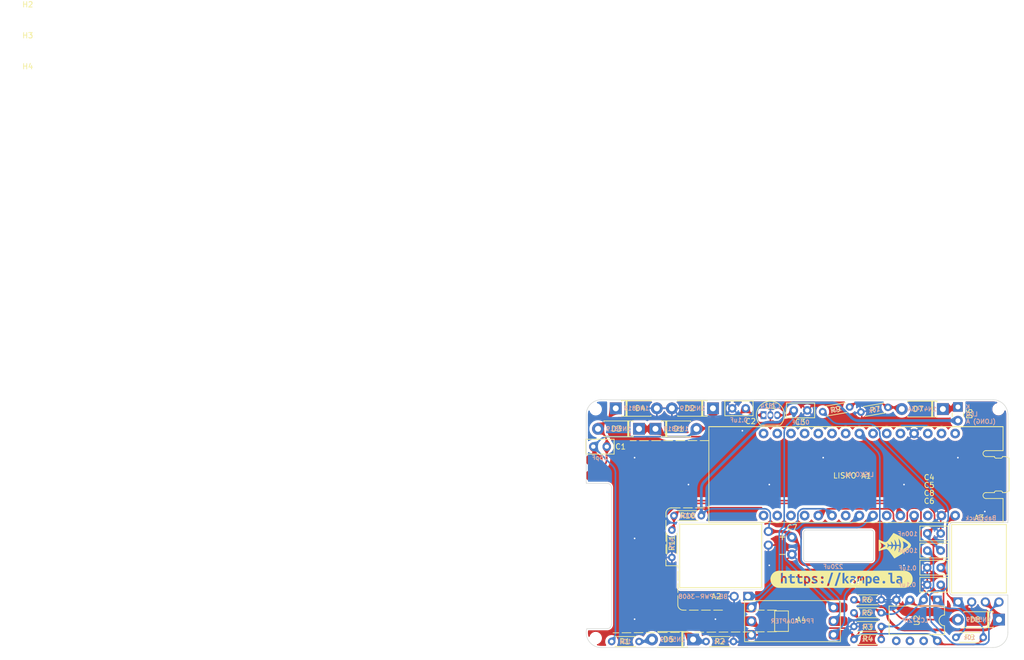
<source format=kicad_pcb>
(kicad_pcb (version 20240108) (generator "pcbnew") (generator_version "8.0")
  (layers (0 "F.Cu" signal) (31 "B.Cu" signal) (34 "B.Paste" user) (35 "F.Paste" user) (36 "B.SilkS" user "B.Silkscreen") (37 "F.SilkS" user "F.Silkscreen") (38 "B.Mask" user) (39 "F.Mask" user) (44 "Edge.Cuts" user))
  (net 0 "")
  (net 1 "/HV")
  (net 2 "+3V3")
  (net 3 "Net-(D7-A)")
  (net 4 "GND")
  (net 5 "Net-(D6-K)")
  (net 6 "Net-(U2A--)")
  (net 7 "Net-(U2A-+)")
  (net 8 "/NFC_DATA_IN")
  (net 9 "/TP_INT")
  (net 10 "/SDA")
  (net 11 "/SCL")
  (net 12 "/TP_RES")
  (net 13 "/NFC_DATA")
  (net 34 "Net-(A2-VIN)")
  (net 35 "Net-(A3-EN)")
  (net 36 "Net-(D3-A)")
  (net 37 "Net-(D1-A)")
  (net 38 "Net-(D1-K)")
  (net 39 "Net-(D5-K)")
  (net 40 "+V_USB")
  (net 41 "/V_CHK")
  (footprint "Diode_THT:D_DO-41_SOD81_P7.62mm_Horizontal" (layer "F.Cu") (at 125.857 117.094 180)
    (property "Reference" "D5")
    (property "Value" "1N5819")
  )
  (footprint "SMD_Pads:Pad_1.8x3" (layer "F.Cu") (at 107.552 83.745999)
    (property "Reference" "J1" (hide yes))
    (property "Value" "E_ANT" (hide yes))
  )
  (footprint "Resistor_THT:R_Axial_DIN0204_L3.6mm_D1.6mm_P5.08mm_Horizontal" (layer "F.Cu") (at 155.702 117.094)
    (property "Reference" "R3")
    (property "Value" "47k")
  )
  (footprint "touch-6pin-adapter:touch-6pin-adapter" (layer "F.Cu") (at 136.678 111.152599)
    (property "Reference" "A4")
    (property "Value" " ")
  )
  (footprint "MountingHole:MountingHole_2.1mm" (layer "F.Cu") (at 182.528 74.3386)
    (property "Reference" "H1" (hide yes))
    (property "Value" "MountingHole" (hide yes))
  )
  (footprint "Capacitor_THT:C_Disc_D5.0mm_W2.5mm_P2.50mm" (layer "F.Cu") (at 135.616 74.168 180)
    (property "Reference" "C2")
    (property "Value" "1uF 50V")
  )
  (footprint "MountingHole:MountingHole_2.1mm" (layer "F.Cu") (at 107.778 74.3386)
    (property "Reference" "H4" (hide yes))
    (property "Value" "MountingHole" (hide yes))
  )
  (footprint "Capacitor_THT:C_Disc_D5.0mm_W2.5mm_P2.50mm" (layer "F.Cu") (at 171.811 106.934 180)
    (property "Reference" "C6")
    (property "Value" "0,1uF 50V")
  )
  (footprint "Diode_THT:D_DO-41_SOD81_P7.62mm_Horizontal" (layer "F.Cu") (at 172.212 74.295 180)
    (property "Reference" "D7")
    (property "Value" "13V Zener")
  )
  (footprint "MountingHole:MountingHole_2.1mm" (layer "F.Cu") (at 182.528 116.8386)
    (property "Reference" "H2" (hide yes))
    (property "Value" "MountingHole" (hide yes))
  )
  (footprint "Resistor_THT:R_Axial_DIN0204_L3.6mm_D1.6mm_P5.08mm_Horizontal" (layer "F.Cu") (at 127.381 94.107 180)
    (property "Reference" "R10")
    (property "Value" "300k")
  )
  (footprint "Resistor_THT:R_Axial_DIN0204_L3.6mm_D1.6mm_P5.08mm_Horizontal" (layer "F.Cu") (at 162.013412 73.980934 -170)
    (property "Reference" "R7")
    (property "Value" "10k")
  )
  (footprint "Resistor_THT:R_Axial_DIN0204_L3.6mm_D1.6mm_P5.08mm_Horizontal" (layer "F.Cu") (at 179.705 116.713 180)
    (property "Reference" "R8")
    (property "Value" "10k")
  )
  (footprint "MountingHole:MountingHole_2.1mm" (layer "F.Cu") (at 2.375 13.875)
    (property "Reference" "H4")
    (property "Value" "MountingHole")
  )
  (footprint "MountingHole:MountingHole_2.1mm" (layer "F.Cu") (at 2.375 2.375)
    (property "Reference" "H2")
    (property "Value" "MountingHole")
  )
  (footprint "Capacitor_THT:C_Disc_D5.0mm_W2.5mm_P2.50mm" (layer "F.Cu") (at 171.811 103.759 180)
    (property "Reference" "C8")
    (property "Value" "0,1uF 50V")
  )
  (footprint "Capacitor_THT:C_Disc_D5.0mm_W2.5mm_P2.50mm" (layer "F.Cu") (at 169.311 97.409)
    (property "Reference" "C4")
    (property "Value" "100pF 100V")
  )
  (footprint "Capacitor_THT:C_Disc_D5.0mm_W2.5mm_P2.50mm" (layer "F.Cu") (at 107.335 81.28)
    (property "Reference" "C1")
    (property "Value" "15pF 100V")
  )
  (footprint "Diode_THT:D_DO-41_SOD81_P7.62mm_Horizontal" (layer "F.Cu") (at 115.824 77.978 180)
    (property "Reference" "D3")
    (property "Value" "1N5819")
  )
  (footprint "Capacitor_THT:C_Disc_D5.0mm_W2.5mm_P2.50mm" (layer "F.Cu") (at 171.811 100.584 180)
    (property "Reference" "C5")
    (property "Value" "100pF 100V")
  )
  (footprint "Resistor_THT:R_Axial_DIN0204_L3.6mm_D1.6mm_P5.08mm_Horizontal" (layer "F.Cu") (at 155.702 109.728)
    (property "Reference" "R6")
    (property "Value" "47k")
  )
  (footprint "Diode_THT:D_DO-41_SOD81_P7.62mm_Horizontal" (layer "F.Cu") (at 118.872 77.978)
    (property "Reference" "D1")
    (property "Value" "1N5819")
  )
  (footprint "Resistor_THT:R_Axial_DIN0204_L3.6mm_D1.6mm_P5.08mm_Horizontal" (layer "F.Cu") (at 155.702 112.141)
    (property "Reference" "R5")
    (property "Value" "47k")
  )
  (footprint "Capacitor_THT:C_Disc_D5.0mm_W2.5mm_P2.50mm" (layer "F.Cu") (at 144.546 74.549)
    (property "Reference" "C3")
    (property "Value" "1uF 50V")
  )
  (footprint "MountingHole:MountingHole_2.1mm" (layer "F.Cu") (at 2.375 8.125)
    (property "Reference" "H3")
    (property "Value" "MountingHole")
  )
  (footprint "BB-PWR-3608:BB-PWR-3608-in-board" (layer "F.Cu") (at 137.287 97.028 180)
    (property "Reference" "A2")
    (property "Value" "BB-PWR-3608")
    (fp_line (start 14.224 -10.295) (end 14.224 1.151) (stroke (width 0.05)) (layer "Edge.Cuts"))
    (fp_line (start 13.724 1.651) (end -1.024 1.651) (stroke (width 0.05)) (layer "Edge.Cuts"))
    (fp_line (start -1.024 -10.795) (end 13.724 -10.795) (stroke (width 0.05)) (layer "Edge.Cuts"))
    (fp_line (start -1.524 1.151) (end -1.524 -10.295) (stroke (width 0.05)) (layer "Edge.Cuts"))
    (fp_arc (start 14.224 1.151) (mid 14.077553 1.504553) (end 13.724 1.651) (stroke (width 0.05)) (layer "Edge.Cuts"))
    (fp_arc (start 13.724 -10.795) (mid 14.077553 -10.648553) (end 14.224 -10.295) (stroke (width 0.05)) (layer "Edge.Cuts"))
    (fp_arc (start -1.024 1.651) (mid -1.377553 1.504553) (end -1.524 1.151) (stroke (width 0.05)) (layer "Edge.Cuts"))
    (fp_arc (start -1.524 -10.295) (mid -1.377553 -10.648553) (end -1.024 -10.795) (stroke (width 0.05)) (layer "Edge.Cuts"))
  )
  (footprint "Resistor_THT:R_Axial_DIN0204_L3.6mm_D1.6mm_P5.08mm_Horizontal" (layer "F.Cu") (at 160.782 114.681 180)
    (property "Reference" "R4")
    (property "Value" "47k")
  )
  (footprint "LED_THT:LED_Rectangular_W3.0mm_H2.0mm" (layer "F.Cu") (at 175.006 73.909 -90)
    (property "Reference" "D6")
    (property "Value" "XL-234SURD-L")
  )
  (footprint "Diode_THT:D_DO-41_SOD81_P7.62mm_Horizontal" (layer "F.Cu") (at 129.54 74.168 180)
    (property "Reference" "D2")
    (property "Value" "1N5819")
  )
  (footprint "Resistor_THT:R_Axial_DIN0204_L3.6mm_D1.6mm_P5.08mm_Horizontal" (layer "F.Cu") (at 149.898589 74.796131 10)
    (property "Reference" "R9")
    (property "Value" "10k")
  )
  (footprint "Modules_Power:SparkFun_BabyBuck_3.3V-in-board" (layer "F.Cu") (at 175.016 106.9565 90)
    (property "Reference" "A3")
    (property "Value" "BabyBuck 3.3V")
  )
  (footprint "MountingHole:MountingHole_2.1mm" (layer "F.Cu") (at 107.778 116.8386)
    (property "Reference" "H3" (hide yes))
    (property "Value" "MountingHole" (hide yes))
  )
  (footprint "Package_TO_SOT_THT:TO-92_Inline" (layer "F.Cu") (at 138.938 75.438)
    (property "Reference" "U1")
    (property "Value" "L7824")
  )
  (footprint "CAP_RADIAL_6.3_2.5_11_HOR:CAP_RADIAL_6.3_2.5_11_HOR-DIP" (layer "F.Cu") (at 144.1989 98.095)
    (property "Reference" "C7")
    (property "Value" "220uF 25V")
    (fp_line (start 2.167 -0.85) (end 2.167 4.05) (stroke (width 0.12)) (layer "Edge.Cuts"))
    (fp_line (start 2.667 4.55) (end 14.667 4.55) (stroke (width 0.12)) (layer "Edge.Cuts"))
    (fp_line (start 14.667 -1.35) (end 2.667 -1.35) (stroke (width 0.12)) (layer "Edge.Cuts"))
    (fp_line (start 15.167 4.05) (end 15.167 -0.85) (stroke (width 0.12)) (layer "Edge.Cuts"))
    (fp_arc (start 2.167 -0.85) (mid 2.313447 -1.203553) (end 2.667 -1.35) (stroke (width 0.12)) (layer "Edge.Cuts"))
    (fp_arc (start 2.667 4.55) (mid 2.313447 4.403553) (end 2.167 4.05) (stroke (width 0.12)) (layer "Edge.Cuts"))
    (fp_arc (start 14.667 -1.35) (mid 15.020553 -1.203553) (end 15.167 -0.85) (stroke (width 0.12)) (layer "Edge.Cuts"))
    (fp_arc (start 15.167 4.05) (mid 15.020553 4.403553) (end 14.667 4.55) (stroke (width 0.12)) (layer "Edge.Cuts"))
  )
  (footprint "kibuzzard-6635354C" (layer "F.Cu") (at 153.416 105.918)
    (property "Reference" "kibuzzard-6635354C" (hide yes))
    (property "Value" "G***" (hide yes))
  )
  (footprint "Package_DIP:DIP-8_W7.62mm" (layer "F.Cu") (at 171.186 109.738 -90)
    (property "Reference" "U2")
    (property "Value" "TLC372IP")
  )
  (footprint "Resistor_THT:R_Axial_DIN0204_L3.6mm_D1.6mm_P5.08mm_Horizontal" (layer "F.Cu") (at 121.92 96.774 -90)
    (property "Reference" "R11")
    (property "Value" "47k")
  )
  (footprint "Lisko_A01:Lisko_A01-DIP-only" (layer "F.Cu") (at 174.498 78.8416 -90)
    (property "Reference" "A1")
    (property "Value" "Lisko_A01")
  )
  (footprint "Diode_THT:D_DO-41_SOD81_P7.62mm_Horizontal" (layer "F.Cu") (at 111.506 74.168)
    (property "Reference" "D4")
    (property "Value" "1N5819")
  )
  (footprint "Resistor_THT:R_Axial_DIN0204_L3.6mm_D1.6mm_P5.08mm_Horizontal" (layer "F.Cu") (at 128.27 117.475)
    (property "Reference" "R2")
    (property "Value" "47k")
  )
  (footprint "SMD_Pads:Pad_1.8x3" (layer "F.Cu") (at 107.552 86.641599)
    (property "Reference" "J2" (hide yes))
    (property "Value" "E_ANT" (hide yes))
  )
  (footprint "Resistor_THT:R_Axial_DIN0204_L3.6mm_D1.6mm_P5.08mm_Horizontal" (layer "F.Cu") (at 115.824 117.475 180)
    (property "Reference" "R1")
    (property "Value" "10k")
  )
  (footprint "Diode_THT:D_DO-41_SOD81_P7.62mm_Horizontal" (layer "F.Cu") (at 182.626 113.411 180)
    (property "Reference" "D8")
    (property "Value" "1N5819")
  )
  (gr_line (start 128.8155 80.152099) (end 114.1755 80.162099) (stroke (width 0.15) (type dash)) (layer "F.SilkS"))
  (gr_line (start 120.8055 103.422099) (end 120.8055 102.302099) (stroke (width 0.15)) (layer "F.SilkS"))
  (gr_line (start 123.022608 103.402099) (end 120.8055 103.402099) (stroke (width 0.15)) (layer "F.SilkS"))
  (gr_line (start 120.8155 101.122099) (end 120.8155 93.652099) (stroke (width 0.15) (type dash)) (layer "F.SilkS"))
  (gr_poly (pts (xy 163.230239 102.0366) (xy 163.226891 102.036443) (xy 163.223556 102.036137) (xy 163.216952 102.03508) (xy 163.210468 102.033438) (xy 163.207285 102.0324) (xy 163.204148 102.03122) (xy 163.201061 102.029898) (xy 163.198032 102.028434) (xy 163.195064 102.026832) (xy 163.192162 102.02509) (xy 163.189333 102.023212) (xy 163.186582 102.021196) (xy 163.183913 102.019046) (xy 163.181332 102.016761) (xy 163.178844 102.014343) (xy 163.176455 102.011793) (xy 163.174169 102.009112) (xy 163.171992 102.006301) (xy 162.840262 101.539932) (xy 162.647712 101.271184) (xy 162.507272 101.078182) (xy 162.352311 100.869764) (xy 162.251571 100.741926) (xy 162.197262 100.67687) (xy 162.141042 100.612876) (xy 162.083445 100.551304) (xy 162.025009 100.493519) (xy 161.966268 100.440885) (xy 161.907759 100.394763) (xy 161.878759 100.37457) (xy 161.850018 100.356517) (xy 161.821603 100.340774) (xy 161.79358 100.327511) (xy 161.766018 100.316899) (xy 161.738982 100.309108) (xy 161.71254 100.304308) (xy 161.686759 100.302671) (xy 161.522553 100.337061) (xy 161.359229 100.375139) (xy 161.196849 100.416888) (xy 161.035474 100.462289) (xy 160.875166 100.511324) (xy 160.715987 100.563977) (xy 160.558 100.620227) (xy 160.401266 100.680059) (xy 160.397173 100.681555) (xy 160.393025 100.682795) (xy 160.388832 100.683779) (xy 160.384606 100.684509) (xy 160.380358 100.684986) (xy 160.3761 100.685211) (xy 160.371843 100.685184) (xy 160.367598 100.684908) (xy 160.363377 100.684382) (xy 160.35919 100.683609) (xy 160.35505 100.682589) (xy 160.350966 100.681323) (xy 160.346952 100.679813) (xy 160.343017 100.678059) (xy 160.339174 100.676063) (xy 160.335433 100.673825) (xy 160.331833 100.671367) (xy 160.32841 100.668715) (xy 160.325169 100.665878) (xy 160.322116 100.662866) (xy 160.319256 100.659689) (xy 160.316595 100.656358) (xy 160.31414 100.652881) (xy 160.311894 100.649268) (xy 160.309865 100.64553) (xy 160.308058 100.641676) (xy 160.306478 100.637716) (xy 160.305131 100.63366) (xy 160.304023 100.629518) (xy 160.303159 100.625298) (xy 160.302545 100.621012) (xy 160.302187 100.616669) (xy 160.302187 98.632425) (xy 160.302604 98.627797) (xy 160.303307 98.623237) (xy 160.30429 98.618757) (xy 160.305546 98.614369) (xy 160.307067 98.610083) (xy 160.308847 98.605912) (xy 160.310878 98.601866) (xy 160.313154 98.597957) (xy 160.315667 98.594196) (xy 160.31841 98.590595) (xy 160.321377 98.587164) (xy 160.324559 98.583917) (xy 160.327951 98.580862) (xy 160.331544 98.578013) (xy 160.335332 98.575381) (xy 160.339308 98.572976) (xy 160.343429 98.570828) (xy 160.347647 98.568959) (xy 160.351948 98.567369) (xy 160.35632 98.566058) (xy 160.360748 98.565025) (xy 160.36522 98.564273) (xy 160.369722 98.563799) (xy 160.374241 98.563605) (xy 160.378763 98.563691) (xy 160.383275 98.564057) (xy 160.387764 98.564703) (xy 160.392215 98.565629) (xy 160.396616 98.566835) (xy 160.400954 98.568321) (xy 160.405214 98.570088) (xy 160.409384 98.572136) (xy 160.53776 98.639932) (xy 160.667912 98.704064) (xy 160.799759 98.764498) (xy 160.933222 98.821203) (xy 161.068222 98.874146) (xy 161.204679 98.923295) (xy 161.342513 98.968618) (xy 161.481647 99.010083) (xy 161.526568 99.005033) (xy 161.570853 98.997434) (xy 161.61441 98.987343) (xy 161.657143 98.974817) (xy 161.698958 98.959912) (xy 161.739761 98.942685) (xy 161.779459 98.923193) (xy 161.817955 98.901492) (xy 161.855157 98.87764) (xy 161.89097 98.851692) (xy 161.9253 98.823706) (xy 161.958053 98.793738) (xy 161.989133 98.761846) (xy 162.018448 98.728085) (xy 162.045903 98.692512) (xy 162.071403 98.655184) (xy 162.256052 98.403249) (xy 162.53548 98.016624) (xy 163.011935 97.353736) (xy 163.014006 97.351095) (xy 163.016175 97.348568) (xy 163.018436 97.346157) (xy 163.020787 97.343862) (xy 163.023221 97.341685) (xy 163.025736 97.339627) (xy 163.028326 97.337688) (xy 163.030987 97.33587) (xy 163.033716 97.334173) (xy 163.036506 97.3326) (xy 163.039354 97.33115) (xy 163.042257 97.329826) (xy 163.045208 97.328628) (xy 163.048204 97.327557) (xy 163.05124 97.326614) (xy 163.054313 97.3258) (xy 163.057417 97.325117) (xy 163.060548 97.324565) (xy 163.063702 97.324145) (xy 163.066875 97.32386) (xy 163.070061 97.323708) (xy 163.073257 97.323693) (xy 163.076459 97.323814) (xy 163.079661 97.324073) (xy 163.082859 97.324471) (xy 163.08605 97.325009) (xy 163.089228 97.325688) (xy 163.09239 97.326509) (xy 163.09553 97.327473) (xy 163.098645 97.328582) (xy 163.10173 97.329835) (xy 163.104781 97.331236) (xy 163.412525 97.481519) (xy 163.878072 97.716064) (xy 164.131025 97.848127) (xy 164.376631 97.981085) (xy 164.599294 98.108214) (xy 164.697146 98.167493) (xy 164.783413 98.222793) (xy 165.226691 98.519987) (xy 165.478515 98.697679) (xy 165.60391 98.790485) (xy 165.725886 98.884669) (xy 165.842142 98.979284) (xy 165.950372 99.073383) (xy 166.048272 99.166019) (xy 166.13354 99.256246) (xy 166.203869 99.343116) (xy 166.232712 99.384996) (xy 166.256957 99.425683) (xy 166.276316 99.465056) (xy 166.2905 99.503) (xy 166.299221 99.539393) (xy 166.301978 99.571611) (xy 165.746618 99.571611) (xy 165.74531 99.555232) (xy 165.74143 99.537853) (xy 165.735041 99.519535) (xy 165.726208 99.500339) (xy 165.714995 99.480324) (xy 165.701465 99.459553) (xy 165.685684 99.438086) (xy 165.667714 99.415983) (xy 165.64762 99.393305) (xy 165.625466 99.370113) (xy 165.601317 99.346467) (xy 165.575236 99.322429) (xy 165.517534 99.273415) (xy 165.452875 99.223559) (xy 165.38177 99.173344) (xy 165.304732 99.123257) (xy 165.222275 99.073783) (xy 165.134909 99.025407) (xy 165.043149 98.978616) (xy 164.947507 98.933894) (xy 164.848495 98.891726) (xy 164.746626 98.852599) (xy 164.781789 98.939265) (xy 164.812264 99.027214) (xy 164.838051 99.116265) (xy 164.859149 99.206232) (xy 164.875559 99.296934) (xy 164.88728 99.388186) (xy 164.894312 99.479805) (xy 164.895922 99.542823) (xy 164.413324 99.542823) (xy 164.413318 99.542218) (xy 164.413298 99.541614) (xy 164.413262 99.541011) (xy 164.413211 99.54041) (xy 164.413146 99.539811) (xy 164.413065 99.539214) (xy 164.41297 99.538619) (xy 164.412859 99.538027) (xy 164.412734 99.537438) (xy 164.412595 99.536852) (xy 164.41244 99.536271) (xy 164.412272 99.535692) (xy 164.412088 99.535118) (xy 164.41189 99.534549) (xy 164.411677 99.533984) (xy 164.41145 99.533425) (xy 164.407433 99.449639) (xy 164.400108 99.366313) (xy 164.38951 99.283538) (xy 164.375671 99.201406) (xy 164.358625 99.12001) (xy 164.338404 99.03944) (xy 164.315041 98.95979) (xy 164.28857 98.881151) (xy 164.259023 98.803616) (xy 164.226433 98.727276) (xy 164.190833 98.652223) (xy 164.152257 98.578549) (xy 164.110736 98.506347) (xy 164.066305 98.435709) (xy 164.018996 98.366725) (xy 163.968842 98.299489) (xy 164.000233 98.450181) (xy 164.029162 98.601336) (xy 164.055624 98.752921) (xy 164.079615 98.904908) (xy 164.10113 99.057265) (xy 164.120165 99.209962) (xy 164.136715 99.362968) (xy 164.150775 99.516253) (xy 163.631837 99.516253) (xy 163.625747 99.446458) (xy 163.616606 99.377242) (xy 163.604453 99.308698) (xy 163.58933 99.240917) (xy 163.571278 99.173993) (xy 163.550337 99.108016) (xy 163.526549 99.04308) (xy 163.499953 98.979276) (xy 163.470591 98.916697) (xy 163.438504 98.855435) (xy 163.403733 98.795583) (xy 163.366317 98.737231) (xy 163.3263 98.680474) (xy 163.28372 98.625402) (xy 163.238619 98.572109) (xy 163.191037 98.520686) (xy 163.221547 98.643596) (xy 163.249832 98.767006) (xy 163.275889 98.890886) (xy 163.299711 99.015203) (xy 163.321294 99.139929) (xy 163.340631 99.265033) (xy 163.357719 99.390485) (xy 163.37255 99.516253) (xy 162.961239 99.516253) (xy 162.951153 99.465562) (xy 162.93851 99.415702) (xy 162.923367 99.36676) (xy 162.90578 99.318819) (xy 162.885803 99.271964) (xy 162.863493 99.226281) (xy 162.838906 99.181853) (xy 162.812097 99.138766) (xy 162.783123 99.097105) (xy 162.752039 99.056954) (xy 162.718901 99.018398) (xy 162.683765 98.981522) (xy 162.646687 98.946411) (xy 162.607723 98.913149) (xy 162.566928 98.881821) (xy 162.524358 98.852513) (xy 162.552665 98.933781) (xy 162.579293 99.015586) (xy 162.604234 99.097902) (xy 162.627481 99.180704) (xy 162.649026 99.263964) (xy 162.668864 99.347658) (xy 162.686985 99.43176) (xy 162.703384 99.516242) (xy 162.173454 99.516253) (xy 162.161765 99.489047) (xy 162.148844 99.462536) (xy 162.134726 99.436757) (xy 162.119445 99.411745) (xy 162.103034 99.387535) (xy 162.085527 99.364164) (xy 162.066959 99.341667) (xy 162.047363 99.320079) (xy 162.026774 99.299437) (xy 162.005225 99.279776) (xy 161.98275 99.261132) (xy 161.959383 99.243541) (xy 161.935159 99.227038) (xy 161.910111 99.211659) (xy 161.884273 99.197439) (xy 161.857679 99.184415) (xy 161.888931 99.235607) (xy 161.916016 99.288448) (xy 161.938934 99.342701) (xy 161.957685 99.398131) (xy 161.972269 99.454503) (xy 161.982686 99.511582) (xy 161.988937 99.569131) (xy 161.99102 99.626916) (xy 161.989009 99.682694) (xy 161.570358 99.682694) (xy 161.570164 99.678229) (xy 161.569667 99.673826) (xy 161.568876 99.669498) (xy 161.567798 99.665257) (xy 161.566442 99.661117) (xy 161.564815 99.65709) (xy 161.562925 99.65319) (xy 161.56078 99.649429) (xy 161.558389 99.645819) (xy 161.555758 99.642375) (xy 161.552897 99.639108) (xy 161.549812 99.636032) (xy 161.546512 99.63316) (xy 161.543005 99.630504) (xy 161.539299 99.628077) (xy 161.535401 99.625893) (xy 161.010154 99.333391) (xy 160.72683 99.178997) (xy 160.611067 99.117683) (xy 160.524407 99.073785) (xy 160.654944 99.227449) (xy 160.679428 99.257155) (xy 160.700966 99.284666) (xy 160.719716 99.310626) (xy 160.735836 99.335679) (xy 160.749482 99.36047) (xy 160.755427 99.372969) (xy 160.760813 99.385643) (xy 160.76566 99.398575) (xy 160.769986 99.411843) (xy 160.773813 99.425529) (xy 160.777158 99.439714) (xy 160.782487 99.4699) (xy 160.786131 99.503046) (xy 160.788246 99.539796) (xy 160.78899 99.580794) (xy 160.792273 99.63036) (xy 160.792722 99.679743) (xy 160.79038 99.728836) (xy 160.785285 99.777527) (xy 160.77748 99.825708) (xy 160.767005 99.873268) (xy 160.753901 99.920098) (xy 160.738209 99.966089) (xy 160.71997 100.01113) (xy 160.699225 100.055113) (xy 160.676014 100.097926) (xy 160.650378 100.139461) (xy 160.622359 100.179608) (xy 160.591996 100.218257) (xy 160.559332 100.255299) (xy 160.524407 100.290624) (xy 160.558154 100.277108) (xy 160.60157 100.257285) (xy 160.712492 100.201732) (xy 160.847343 100.130004) (xy 160.99629 100.04814) (xy 161.297145 99.878161) (xy 161.536402 99.740109) (xy 161.536413 99.740098) (xy 161.538367 99.739003) (xy 161.540272 99.737846) (xy 161.542129 99.73663) (xy 161.543936 99.735356) (xy 161.545692 99.734025) (xy 161.547396 99.732639) (xy 161.549047 99.7312) (xy 161.550645 99.72971) (xy 161.552188 99.728169) (xy 161.553675 99.726581) (xy 161.555106 99.724945) (xy 161.556479 99.723264) (xy 161.557793 99.72154) (xy 161.559048 99.719774) (xy 161.560242 99.717968) (xy 161.561375 99.716123) (xy 161.562446 99.714242) (xy 161.563453 99.712325) (xy 161.564396 99.710374) (xy 161.565273 99.708392) (xy 161.566085 99.706379) (xy 161.566829 99.704337) (xy 161.567504 99.702268) (xy 161.568111 99.700173) (xy 161.568647 99.698055) (xy 161.569113 99.695914) (xy 161.569506 99.693753) (xy 161.569826 99.691572) (xy 161.570073 99.689375) (xy 161.570244 99.687161) (xy 161.57034 99.684934) (xy 161.570358 99.682694) (xy 161.989009 99.682694) (xy 161.988937 99.684701) (xy 161.982686 99.74225) (xy 161.972269 99.799328) (xy 161.957685 99.8557) (xy 161.938934 99.911131) (xy 161.916016 99.965384) (xy 161.888931 100.018224) (xy 161.857679 100.069416) (xy 161.884275 100.056388) (xy 161.910114 100.042165) (xy 161.935164 100.026782) (xy 161.959389 100.010274) (xy 161.982757 99.992679) (xy 162.005232 99.974031) (xy 162.026782 99.954366) (xy 162.047371 99.93372) (xy 162.066967 99.912128) (xy 162.085535 99.889627) (xy 162.103041 99.866252) (xy 162.119451 99.842038) (xy 162.134731 99.817022) (xy 162.148848 99.791239) (xy 162.161767 99.764724) (xy 162.173454 99.737514) (xy 162.703395 99.737514) (xy 162.687 99.822) (xy 162.66888 99.906105) (xy 162.649044 99.989803) (xy 162.627498 100.073066) (xy 162.60425 100.155869) (xy 162.579305 100.238185) (xy 162.552672 100.319989) (xy 162.524358 100.401254) (xy 162.566933 100.371948) (xy 162.607733 100.340622) (xy 162.646702 100.307361) (xy 162.683784 100.272251) (xy 162.718922 100.235376) (xy 162.752062 100.19682) (xy 162.783147 100.15667) (xy 162.812121 100.115009) (xy 162.83893 100.071922) (xy 162.863516 100.027494) (xy 162.885824 99.981809) (xy 162.905798 99.934954) (xy 162.923382 99.887012) (xy 162.938521 99.838068) (xy 162.951158 99.788207) (xy 162.961239 99.737514) (xy 163.37255 99.737514) (xy 163.357715 99.863279) (xy 163.340625 99.988727) (xy 163.321286 100.113829) (xy 163.299703 100.238554) (xy 163.275881 100.362871) (xy 163.249826 100.48675) (xy 163.221543 100.61016) (xy 163.191037 100.73307) (xy 163.23862 100.681649) (xy 163.283723 100.628357) (xy 163.326304 100.573287) (xy 163.366322 100.516531) (xy 163.403737 100.458181) (xy 163.438509 100.398329) (xy 163.470596 100.337068) (xy 163.499957 100.274489) (xy 163.526552 100.210686) (xy 163.55034 100.14575) (xy 163.57128 100.079774) (xy 163.589332 100.012849) (xy 163.604454 99.945069) (xy 163.616606 99.876525) (xy 163.625747 99.807309) (xy 163.631837 99.737514) (xy 164.150775 99.737514) (xy 164.149541 99.775339) (xy 164.147784 99.813138) (xy 164.145505 99.850905) (xy 164.142705 99.888635) (xy 164.139383 99.926323) (xy 164.13554 99.963963) (xy 164.131177 100.001549) (xy 164.126294 100.039078) (xy 164.110711 100.151899) (xy 164.092566 100.268474) (xy 164.051371 100.506286) (xy 163.968842 100.954342) (xy 164.018996 100.8871) (xy 164.066305 100.818111) (xy 164.110736 100.747467) (xy 164.152256 100.67526) (xy 164.190833 100.601581) (xy 164.226432 100.526523) (xy 164.259022 100.450178) (xy 164.288568 100.372638) (xy 164.315039 100.293995) (xy 164.338401 100.214341) (xy 164.358621 100.133767) (xy 164.375667 100.052366) (xy 164.389504 99.97023) (xy 164.400101 99.887451) (xy 164.407424 99.804121) (xy 164.41144 99.720332) (xy 164.411667 99.719774) (xy 164.41188 99.719211) (xy 164.412078 99.718643) (xy 164.412262 99.71807) (xy 164.412432 99.717493) (xy 164.412587 99.716912) (xy 164.412728 99.716327) (xy 164.412854 99.715739) (xy 164.412965 99.715147) (xy 164.413062 99.714553) (xy 164.413143 99.713956) (xy 164.41321 99.713357) (xy 164.413261 99.712756) (xy 164.413297 99.712153) (xy 164.413318 99.711549) (xy 164.413324 99.710944) (xy 164.413324 99.542823) (xy 164.895922 99.542823) (xy 164.896657 99.571607) (xy 164.894312 99.66341) (xy 164.88728 99.755029) (xy 164.875559 99.846282) (xy 164.859149 99.936984) (xy 164.838051 100.026953) (xy 164.812264 100.116005) (xy 164.781789 100.203956) (xy 164.746626 100.290624) (xy 164.832007 100.264663) (xy 164.918782 100.232268) (xy 165.005997 100.194275) (xy 165.0927 100.151522) (xy 165.17794 100.104844) (xy 165.260763 100.055078) (xy 165.340218 100.003061) (xy 165.415352 99.949629) (xy 165.485213 99.895619) (xy 165.548849 99.841867) (xy 165.605307 99.78921) (xy 165.653635 99.738484) (xy 165.692882 99.690525) (xy 165.722094 99.646171) (xy 165.73264 99.625607) (xy 165.74032 99.606258) (xy 165.745015 99.588228) (xy 165.746607 99.571622) (xy 165.746618 99.571611) (xy 166.301978 99.571611) (xy 166.302192 99.57412) (xy 166.301003 99.607958) (xy 166.297448 99.64179) (xy 166.291542 99.675649) (xy 166.283303 99.709569) (xy 166.272748 99.743582) (xy 166.259894 99.777722) (xy 166.244757 99.812023) (xy 166.227355 99.846518) (xy 166.207705 99.881241) (xy 166.185823 99.916225) (xy 166.161726 99.951504) (xy 166.135431 99.98711) (xy 166.076315 100.059442) (xy 166.008611 100.133487) (xy 165.932454 100.209514) (xy 165.847978 100.28779) (xy 165.755319 100.368582) (xy 165.654613 100.45216) (xy 165.545993 100.53879) (xy 165.429596 100.62874) (xy 165.174011 100.819671) (xy 164.922443 100.997898) (xy 164.647538 101.182054) (xy 164.362896 101.365263) (xy 164.082117 101.540648) (xy 163.58655 101.840444) (xy 163.269639 102.026433) (xy 163.266527 102.028154) (xy 163.263365 102.029713) (xy 163.260161 102.03111) (xy 163.256919 102.032347) (xy 163.253644 102.033424) (xy 163.250341 102.034344) (xy 163.247016 102.035106) (xy 163.243674 102.035713) (xy 163.24032 102.036164) (xy 163.236959 102.036462) (xy 163.233597 102.036607)) (stroke (width -0.000001)) (fill solid) (layer "F.SilkS"))
  (gr_line (start 141.3155 111.652099) (end 135.8155 111.652099) (stroke (width 0.15) (type dash)) (layer "F.SilkS"))
  (gr_arc (start 120.8155 93.652099) (mid 121.108393 92.944992) (end 121.8155 92.652099) (stroke (width 0.15)) (layer "F.SilkS"))
  (gr_line (start 141.3155 115.652099) (end 111.0155 115.862099) (stroke (width 0.15) (type dash)) (layer "F.SilkS"))
  (gr_line (start 123.022608 110.617) (end 123.022608 103.422099) (stroke (width 0.15) (type dash)) (layer "F.SilkS"))
  (gr_line (start 121.8155 92.652099) (end 128.8155 92.652099) (stroke (width 0.15) (type dash)) (layer "F.SilkS"))
  (gr_arc (start 124.022607 111.652099) (mid 123.315497 111.359209) (end 123.022608 110.652099) (stroke (width 0.15)) (layer "F.SilkS"))
  (gr_line (start 131.3155 111.652099) (end 124.0255 111.652099) (stroke (width 0.15) (type dash)) (layer "F.SilkS"))
  (gr_line (start 181.528 72.5886) (end 108.777998 72.5886) (stroke (width 0.1)) (layer "Edge.Cuts"))
  (gr_arc (start 108.778 118.5886) (mid 106.584259 117.496912) (end 106.13225 115.0886) (stroke (width 0.1)) (layer "Edge.Cuts"))
  (gr_line (start 184.277 115.764482) (end 184.277 108.839) (stroke (width 0.1)) (layer "Edge.Cuts"))
  (gr_line (start 173.982 108.839) (end 184.277 108.839) (stroke (width 0.1)) (layer "Edge.Cuts"))
  (gr_arc (start 173.982 108.839) (mid 173.628447 108.692553) (end 173.482 108.339) (stroke (width 0.1)) (layer "Edge.Cuts"))
  (gr_line (start 109.907999 115.0886) (end 106.13225 115.0886) (stroke (width 0.1)) (layer "Edge.Cuts"))
  (gr_arc (start 109.907999 88.0886) (mid 110.473685 88.322915) (end 110.708 88.888601) (stroke (width 0.1)) (layer "Edge.Cuts"))
  (gr_arc (start 181.528 72.5886) (mid 183.472544 73.394056) (end 184.277 75.264445) (stroke (width 0.1)) (layer "Edge.Cuts"))
  (gr_line (start 106.028 88.0886) (end 109.907999 88.0886) (stroke (width 0.1)) (layer "Edge.Cuts"))
  (gr_line (start 108.778 118.5886) (end 181.528 118.5886) (stroke (width 0.1)) (layer "Edge.Cuts"))
  (gr_line (start 106.028 75.338599) (end 106.028 88.0886) (stroke (width 0.1)) (layer "Edge.Cuts"))
  (gr_arc (start 106.028 75.338599) (mid 106.833456 73.394056) (end 108.777998 72.5886) (stroke (width 0.1)) (layer "Edge.Cuts"))
  (gr_arc (start 110.708 114.288599) (mid 110.473685 114.854285) (end 109.907999 115.0886) (stroke (width 0.1)) (layer "Edge.Cuts"))
  (gr_line (start 110.708 88.888601) (end 110.708 114.288599) (stroke (width 0.1)) (layer "Edge.Cuts"))
  (gr_line (start 184.277 95.377) (end 184.277 75.264445) (stroke (width 0.1)) (layer "Edge.Cuts"))
  (gr_arc (start 173.482 95.877) (mid 173.628447 95.523447) (end 173.982 95.377) (stroke (width 0.1)) (layer "Edge.Cuts"))
  (gr_arc (start 184.277 115.764482) (mid 183.472544 117.783144) (end 181.528 118.5886) (stroke (width 0.1)) (layer "Edge.Cuts"))
  (gr_line (start 184.277 95.377) (end 173.982 95.377) (stroke (width 0.1)) (layer "Edge.Cuts"))
  (gr_line (start 173.482 95.877) (end 173.482 108.339) (stroke (width 0.1)) (layer "Edge.Cuts"))
  (gr_text "100pF" (at 165.6588 100.584 0) (layer "B.SilkS") (effects (font (size 0.8 0.8)) (justify mirror)))
  (gr_text "10k" (at 152.4 74.355064 10) (layer "B.SilkS") (effects (font (size 0.8 0.8)) (justify mirror)))
  (gr_text "300k" (at 124.841 94.107 0) (layer "B.SilkS") (effects (font (size 0.8 0.8)) (justify mirror)))
  (gr_text "1N5819" (at 122.047 117.094 0) (layer "B.SilkS") (effects (font (size 0.8 0.8)) (justify mirror)))
  (gr_text "1N5819" (at 178.816 113.411 0) (layer "B.SilkS") (effects (font (size 0.8 0.8)) (justify mirror)))
  (gr_text "47k" (at 158.242 117.094 0) (layer "B.SilkS") (effects (font (size 0.8 0.8)) (justify mirror)))
  (gr_text "1N4743A" (at 168.402 74.295 0) (layer "B.SilkS") (effects (font (size 0.8 0.8)) (justify mirror)))
  (gr_text "47k" (at 158.242 114.681 0) (layer "B.SilkS") (effects (font (size 0.8 0.8)) (justify mirror)))
  (gr_text "1N5819" (at 125.73 74.168 0) (layer "B.SilkS") (effects (font (size 0.8 0.8)) (justify mirror)))
  (gr_text "(LONG) A " (at 178.9684 76.6064 0) (layer "B.SilkS") (effects (font (size 0.8 0.8)) (justify mirror)))
  (gr_text "10k" (at 159.512 74.422 10) (layer "B.SilkS") (effects (font (size 0.8 0.8)) (justify mirror)))
  (gr_text "BB-PWR-3608" (at 127.7112 109.1184 0) (layer "B.SilkS") (effects (font (size 0.8 0.8)) (justify mirror)))
  (gr_text "10k" (at 177.165 116.713 0) (layer "B.SilkS") (effects (font (size 0.8 0.8)) (justify mirror)))
  (gr_text "L7824" (at 140.208 73.7616 0) (layer "B.SilkS") (effects (font (size 0.8 0.8)) (justify mirror)))
  (gr_text "15pF" (at 108.5088 83.312 0) (layer "B.SilkS") (effects (font (size 0.8 0.8)) (justify mirror)))
  (gr_text "47k" (at 158.242 109.728 0) (layer "B.SilkS") (effects (font (size 0.8 0.8)) (justify mirror)))
  (gr_text "0.1uF" (at 165.6588 103.8352 0) (layer "B.SilkS") (effects (font (size 0.8 0.8)) (justify mirror)))
  (gr_text "LISKO A1" (at 156.653 86.4636 0) (layer "B.SilkS") (effects (font (size 0.8 0.8)) (justify mirror)))
  (gr_text "LED" (at 177.5968 75.234798 0) (layer "B.SilkS") (effects (font (size 0.8 0.8)) (justify mirror)))
  (gr_text "10k" (at 113.284 117.475 0) (layer "B.SilkS") (effects (font (size 0.8 0.8)) (justify mirror)))
  (gr_text "0.1uF" (at 165.5572 106.934 0) (layer "B.SilkS") (effects (font (size 0.8 0.8)) (justify mirror)))
  (gr_text "1N5819" (at 122.682 77.978 0) (layer "B.SilkS") (effects (font (size 0.8 0.8)) (justify mirror)))
  (gr_text "K" (at 176.8348 73.914 0) (layer "B.SilkS") (effects (font (size 0.8 0.8)) (justify mirror)))
  (gr_text "BabyBuck" (at 179.2732 94.5388 0) (layer "B.SilkS") (effects (font (size 0.8 0.8)) (justify mirror)))
  (gr_text "47k" (at 130.81 117.475 0) (layer "B.SilkS") (effects (font (size 0.8 0.8)) (justify mirror)))
  (gr_text "47k" (at 158.242 112.141 0) (layer "B.SilkS") (effects (font (size 0.8 0.8)) (justify mirror)))
  (gr_text "1N5819" (at 115.316 74.168 0) (layer "B.SilkS") (effects (font (size 0.8 0.8)) (justify mirror)))
  (gr_text "1N5819" (at 112.014 77.978 0) (layer "B.SilkS") (effects (font (size 0.8 0.8)) (justify mirror)))
  (gr_text "0.1uF" (at 145.796 76.7588 0) (layer "B.SilkS") (effects (font (size 0.8 0.8)) (justify mirror)))
  (gr_text "0.1uF" (at 134.366 76.3524 0) (layer "B.SilkS") (effects (font (size 0.8 0.8)) (justify mirror)))
  (gr_text "TLC372IP" (at 167.386 113.538 0) (layer "B.SilkS") (effects (font (size 0.8 0.8)) (justify mirror)))
  (gr_text "220uF" (at 151.8412 103.5812 0) (layer "B.SilkS") (effects (font (size 0.8 0.8)) (justify mirror)))
  (gr_text "47k" (at 121.92 99.314 90) (layer "B.SilkS") (effects (font (size 0.8 0.8)) (justify mirror)))
  (gr_text "FPC ADAPTER" (at 144.298 113.692599 0) (layer "B.SilkS") (effects (font (size 0.8 0.8)) (justify mirror)))
  (gr_text "100nF" (at 165.6588 97.4852 0) (layer "B.SilkS") (effects (font (size 0.8 0.8)) (justify mirror)))
  (gr_text "LISKO" (at 151.765 87.249 0) (layer "F.SilkS") (effects (font (size 1 1)) (justify left bottom)))
  (segment (start 151.794227 103.195) (end 146.570641 103.195) (width 0.5) (layer "F.Cu") (net 1))
  (segment (start 160.801103 110.985672) (end 160.620433 110.985672) (width 0.5) (layer "F.Cu") (net 1))
  (segment (start 143.717687 97.613787) (end 144.1989 98.095) (width 0.5) (layer "F.Cu") (net 1))
  (segment (start 161.932 112.462573) (end 161.932 112.078868) (width 0.5) (layer "F.Cu") (net 1))
  (segment (start 163.119166 114.478166) (end 162.517786 113.876786) (width 0.5) (layer "F.Cu") (net 1))
  (segment (start 144.963113 98.859213) (end 144.1989 98.095) (width 0.5) (layer "F.Cu") (net 1))
  (segment (start 182.333107 112.368607) (end 180.096 110.1315) (width 0.5) (layer "F.Cu") (net 1))
  (segment (start 161.593411 111.326065) (end 161.572556 111.305211) (width 0.5) (layer "F.Cu") (net 1))
  (segment (start 179.892573 115.316) (end 165.141878 115.316) (width 0.5) (layer "F.Cu") (net 1))
  (segment (start 161.639107 111.371761) (end 161.593411 111.326065) (width 0.5) (layer "F.Cu") (net 1))
  (segment (start 145.5489 102.09711) (end 145.5489 100.273427) (width 0.5) (layer "F.Cu") (net 1))
  (segment (start 160.266879 110.839225) (end 153.20844 103.780786) (width 0.5) (layer "F.Cu") (net 1))
  (segment (start 139.827 97.028) (end 142.303473 97.028) (width 0.5) (layer "F.Cu") (net 1))
  (segment (start 182.626 113.411) (end 181.306786 114.730214) (width 0.5) (layer "F.Cu") (net 1))
  (segment (start 182.626 113.411) (end 182.626 113.075714) (width 0.5) (layer "F.Cu") (net 1))
  (segment (start 146.019859 102.966859) (end 145.830887 102.777887) (width 0.5) (layer "F.Cu") (net 1))
  (arc (start 142.303473 97.028) (mid 143.06884 97.180241) (end 143.717687 97.613787) (width 0.5) (layer "F.Cu") (net 1))
  (arc (start 181.306786 114.730214) (mid 180.65794 115.163759) (end 179.892573 115.316) (width 0.5) (layer "F.Cu") (net 1))
  (arc (start 160.620433 110.985672) (mid 160.429091 110.947612) (end 160.266879 110.839225) (width 0.5) (layer "F.Cu") (net 1))
  (arc (start 160.801103 110.985672) (mid 161.218609 111.068717) (end 161.572556 111.305211) (width 0.5) (layer "F.Cu") (net 1))
  (arc (start 146.570641 103.195) (mid 146.27256 103.135708) (end 146.019859 102.966859) (width 0.5) (layer "F.Cu") (net 1))
  (arc (start 151.794227 103.195) (mid 152.559594 103.347241) (end 153.20844 103.780786) (width 0.5) (layer "F.Cu") (net 1))
  (arc (start 163.119166 114.478166) (mid 164.047194 115.098254) (end 165.141878 115.316) (width 0.5) (layer "F.Cu") (net 1))
  (arc (start 161.932 112.462573) (mid 162.084241 113.22794) (end 162.517786 113.876786) (width 0.5) (layer "F.Cu") (net 1))
  (arc (start 145.5489 102.09711) (mid 145.622186 102.465544) (end 145.830887 102.777887) (width 0.5) (layer "F.Cu") (net 1))
  (arc (start 182.626 113.075714) (mid 182.54988 112.693031) (end 182.333107 112.368607) (width 0.5) (layer "F.Cu") (net 1))
  (arc (start 161.639107 111.371761) (mid 161.85588 111.696184) (end 161.932 112.078868) (width 0.5) (layer "F.Cu") (net 1))
  (arc (start 144.963113 98.859213) (mid 145.396659 99.50806) (end 145.5489 100.273427) (width 0.5) (layer "F.Cu") (net 1))
  (segment (start 142.146717 76.46432) (end 142.455107 76.15593) (width 0.5) (layer "B.Cu") (net 1))
  (segment (start 142.748 75.311) (end 142.750047 75.308953) (width 0.5) (layer "B.Cu") (net 1))
  (segment (start 140.100447 95.484553) (end 140.188 95.397) (width 0.3) (layer "B.Cu") (net 1))
  (segment (start 142.748 75.448823) (end 142.748 75.311) (width 0.5) (layer "B.Cu") (net 1))
  (segment (start 153.091886 73.730819) (end 155.224281 75.863214) (width 0.5) (layer "B.Cu") (net 1))
  (segment (start 144.542577 73.145032) (end 151.677672 73.145032) (width 0.5) (layer "B.Cu") (net 1))
  (segment (start 128.070613 93.417387) (end 127.381 94.107) (width 0.3) (layer "B.Cu") (net 1))
  (segment (start 139.153386 92.8316) (end 129.484827 92.8316) (width 0.3) (layer "B.Cu") (net 1))
  (segment (start 139.778241 76.757213) (end 141.43961 76.757213) (width 0.5) (layer "B.Cu") (net 1))
  (segment (start 142.750047 75.308953) (end 142.750047 74.928974) (width 0.5) (layer "B.Cu") (net 1))
  (segment (start 139.860493 93.124493) (end 139.947317 93.211317) (width 0.3) (layer "B.Cu") (net 1))
  (segment (start 139.954 96.901) (end 139.954 95.838107) (width 0.3) (layer "B.Cu") (net 1))
  (segment (start 139.947317 93.211317) (end 139.947317 93.211324) (width 0.3) (layer "B.Cu") (net 1))
  (segment (start 140.188 95.397) (end 140.188 93.792392) (width 0.3) (layer "B.Cu") (net 1))
  (segment (start 139.827 97.028) (end 139.954 96.901) (width 0.5) (layer "B.Cu") (net 1))
  (segment (start 127.966787 87.74024) (end 138.364028 77.342999) (width 0.5) (layer "B.Cu") (net 1))
  (segment (start 156.638494 76.449) (end 175.006 76.449) (width 0.5) (layer "B.Cu") (net 1))
  (segment (start 127.381 94.107) (end 127.381 89.154454) (width 0.5) (layer "B.Cu") (net 1))
  (arc (start 142.146717 76.46432) (mid 141.822294 76.681093) (end 141.43961 76.757213) (width 0.5) (layer "B.Cu") (net 1))
  (arc (start 139.153386 92.8316) (mid 139.536069 92.90772) (end 139.860493 93.124493) (width 0.3) (layer "B.Cu") (net 1))
  (arc (start 128.070613 93.417387) (mid 128.71946 92.983841) (end 129.484827 92.8316) (width 0.3) (layer "B.Cu") (net 1))
  (arc (start 142.748 75.448823) (mid 142.67188 75.831506) (end 142.455107 76.15593) (width 0.5) (layer "B.Cu") (net 1))
  (arc (start 138.364028 77.342999) (mid 139.012874 76.909454) (end 139.778241 76.757213) (width 0.5) (layer "B.Cu") (net 1))
  (arc (start 155.224281 75.863214) (mid 155.873127 76.296759) (end 156.638494 76.449) (width 0.5) (layer "B.Cu") (net 1))
  (arc (start 143.333787 73.645713) (mid 143.888369 73.275163) (end 144.542577 73.145032) (width 0.5) (layer "B.Cu") (net 1))
  (arc (start 151.677672 73.145032) (mid 152.443039 73.297273) (end 153.091886 73.730819) (width 0.5) (layer "B.Cu") (net 1))
  (arc (start 140.188 93.792392) (mid 140.125449 93.477921) (end 139.947317 93.211324) (width 0.3) (layer "B.Cu") (net 1))
  (arc (start 142.750047 74.928974) (mid 142.926281 74.234514) (end 143.333787 73.645713) (width 0.5) (layer "B.Cu") (net 1))
  (arc (start 127.381 89.154454) (mid 127.533241 88.389087) (end 127.966787 87.74024) (width 0.5) (layer "B.Cu") (net 1))
  (arc (start 139.954 95.838107) (mid 139.99206 95.646765) (end 140.100447 95.484553) (width 0.3) (layer "B.Cu") (net 1))
  (segment (start 172.375213 103.194787) (end 171.811 103.759) (width 0.3) (layer "F.Cu") (net 2))
  (segment (start 155.276826 115.940599) (end 154.587475 115.251248) (width 0.3) (layer "F.Cu") (net 2))
  (segment (start 175.016 110.1315) (end 174.841164 110.1315) (width 0.3) (layer "F.Cu") (net 2))
  (segment (start 179.705 116.967) (end 179.240786 117.431214) (width 0.3) (layer "F.Cu") (net 2))
  (segment (start 174.498 94.0816) (end 174.42985 94.0816) (width 0.3) (layer "F.Cu") (net 2))
  (segment (start 156.752 115.088573) (end 156.752 113.859214) (width 0.3) (layer "F.Cu") (net 2))
  (segment (start 171.259213 117.431213) (end 171.186 117.358) (width 0.3) (layer "F.Cu") (net 2))
  (segment (start 172.961 108.202135) (end 172.961 105.737427) (width 0.3) (layer "F.Cu") (net 2))
  (segment (start 174.42985 94.0816) (end 173.322701 95.188749) (width 0.3) (layer "F.Cu") (net 2))
  (segment (start 177.826573 118.017) (end 172.673427 118.017) (width 0.3) (layer "F.Cu") (net 2))
  (segment (start 155.702 116.967) (end 156.166214 116.502786) (width 0.3) (layer "F.Cu") (net 2))
  (segment (start 174.134057 109.838607) (end 173.288684 108.993234) (width 0.3) (layer "F.Cu") (net 2))
  (segment (start 153.938899 114.982599) (end 138.796427 114.982599) (width 0.3) (layer "F.Cu") (net 2))
  (segment (start 155.702 112.395) (end 156.459107 113.152107) (width 0.3) (layer "F.Cu") (net 2))
  (segment (start 172.375213 104.323213) (end 171.811 103.759) (width 0.3) (layer "F.Cu") (net 2))
  (segment (start 172.961 96.061972) (end 172.961 101.780573) (width 0.3) (layer "F.Cu") (net 2))
  (segment (start 137.382213 114.396812) (end 136.678 113.692599) (width 0.3) (layer "F.Cu") (net 2))
  (arc (start 173.322701 95.188749) (mid 173.055003 95.589387) (end 172.961 96.061972) (width 0.3) (layer "F.Cu") (net 2))
  (arc (start 172.673427 118.017) (mid 171.90806 117.864759) (end 171.259213 117.431213) (width 0.3) (layer "F.Cu") (net 2))
  (arc (start 172.961 105.737427) (mid 172.808759 104.97206) (end 172.375213 104.323213) (width 0.3) (layer "F.Cu") (net 2))
  (arc (start 172.961 101.780573) (mid 172.808759 102.54594) (end 172.375213 103.194787) (width 0.3) (layer "F.Cu") (net 2))
  (arc (start 156.752 113.859214) (mid 156.67588 113.476531) (end 156.459107 113.152107) (width 0.3) (layer "F.Cu") (net 2))
  (arc (start 137.382213 114.396812) (mid 138.03106 114.830358) (end 138.796427 114.982599) (width 0.3) (layer "F.Cu") (net 2))
  (arc (start 156.752 115.088573) (mid 156.599759 115.85394) (end 156.166214 116.502786) (width 0.3) (layer "F.Cu") (net 2))
  (arc (start 174.134057 109.838607) (mid 174.45848 110.05538) (end 174.841164 110.1315) (width 0.3) (layer "F.Cu") (net 2))
  (arc (start 173.288684 108.993234) (mid 173.046162 108.630275) (end 172.961 108.202135) (width 0.3) (layer "F.Cu") (net 2))
  (arc (start 177.826573 118.017) (mid 178.59194 117.864759) (end 179.240786 117.431214) (width 0.3) (layer "F.Cu") (net 2))
  (arc (start 153.938899 114.982599) (mid 154.289906 115.052419) (end 154.587475 115.251248) (width 0.3) (layer "F.Cu") (net 2))
  (arc (start 155.702 116.967) (mid 155.591501 116.411543) (end 155.276826 115.940599) (width 0.3) (layer "F.Cu") (net 2))
  (segment (start 157.580427 116.044) (end 169.043573 116.044) (width 0.3) (layer "B.Cu") (net 2))
  (segment (start 155.702 117.094) (end 156.166214 116.629786) (width 0.3) (layer "B.Cu") (net 2))
  (segment (start 170.457787 116.629787) (end 171.186 117.358) (width 0.3) (layer "B.Cu") (net 2))
  (segment (start 179.705 116.967) (end 179.705 115.648927) (width 0.3) (layer "B.Cu") (net 2))
  (segment (start 179.119213 114.234713) (end 175.016 110.1315) (width 0.3) (layer "B.Cu") (net 2))
  (arc (start 156.166214 116.629786) (mid 156.81506 116.196241) (end 157.580427 116.044) (width 0.3) (layer "B.Cu") (net 2))
  (arc (start 169.043573 116.044) (mid 169.80894 116.196241) (end 170.457787 116.629787) (width 0.3) (layer "B.Cu") (net 2))
  (arc (start 179.705 115.648927) (mid 179.552759 114.88356) (end 179.119213 114.234713) (width 0.3) (layer "B.Cu") (net 2))
  (segment (start 156.429839 73.213999) (end 160.78537 73.213999) (width 0.3) (layer "F.Cu") (net 3))
  (segment (start 162.587839 73.980934) (end 163.60972 73.980934) (width 0.3) (layer "F.Cu") (net 3))
  (segment (start 161.138924 73.360446) (end 161.173626 73.395148) (width 0.3) (layer "F.Cu") (net 3))
  (segment (start 154.901412 73.913999) (end 155.015626 73.799785) (width 0.3) (layer "F.Cu") (net 3))
  (segment (start 164.316827 74.273827) (end 164.338 74.295) (width 0.3) (layer "F.Cu") (net 3))
  (arc (start 163.60972 73.980934) (mid 163.992403 74.057054) (end 164.316827 74.273827) (width 0.3) (layer "F.Cu") (net 3))
  (arc (start 162.587839 73.980934) (mid 161.822472 73.828693) (end 161.173626 73.395148) (width 0.3) (layer "F.Cu") (net 3))
  (arc (start 161.138924 73.360446) (mid 160.976712 73.252059) (end 160.78537 73.213999) (width 0.3) (layer "F.Cu") (net 3))
  (arc (start 155.015626 73.799785) (mid 155.664472 73.36624) (end 156.429839 73.213999) (width 0.3) (layer "F.Cu") (net 3))
  (segment (start 170.461 101.780573) (end 170.461 99.587427) (width 0.3) (layer "F.Cu") (net 4))
  (segment (start 175.471073 111.388) (end 166.044427 111.388) (width 0.3) (layer "F.Cu") (net 4))
  (segment (start 171.811 97.409) (end 171.811 94.435707) (width 0.3) (layer "F.Cu") (net 4))
  (segment (start 119.126 74.168) (end 121.92 74.168) (width 0.3) (layer "F.Cu") (net 4))
  (segment (start 169.311 103.759) (end 169.875214 103.194786) (width 0.3) (layer "F.Cu") (net 4))
  (segment (start 169.311 103.759) (end 169.311 106.934) (width 0.3) (layer "F.Cu") (net 4))
  (segment (start 177.556 110.1315) (end 176.885286 110.802214) (width 0.3) (layer "F.Cu") (net 4))
  (segment (start 171.957447 94.082153) (end 171.958 94.0816) (width 0.3) (layer "F.Cu") (net 4))
  (segment (start 164.630213 110.802213) (end 163.566 109.738) (width 0.3) (layer "F.Cu") (net 4))
  (segment (start 171.046787 98.173213) (end 171.811 97.409) (width 0.3) (layer "F.Cu") (net 4))
  (via (at 115 83.32675) (size 0.6) (drill 0.3) (layers "F.Cu" "B.Cu") (net 4))
  (via (at 115 98.32675) (size 0.6) (drill 0.3) (layers "F.Cu" "B.Cu") (net 4))
  (via (at 165 103.32675) (size 0.6) (drill 0.3) (layers "F.Cu" "B.Cu") (net 4))
  (via (at 140 88.32675) (size 0.6) (drill 0.3) (layers "F.Cu" "B.Cu") (net 4))
  (via (at 125 88.32675) (size 0.6) (drill 0.3) (layers "F.Cu" "B.Cu") (net 4))
  (via (at 140 103.32675) (size 0.6) (drill 0.3) (layers "F.Cu" "B.Cu") (net 4))
  (via (at 165 88.32675) (size 0.6) (drill 0.3) (layers "F.Cu" "B.Cu") (net 4))
  (via (at 175 83.32675) (size 0.6) (drill 0.3) (layers "F.Cu" "B.Cu") (net 4))
  (via (at 135 78.32675) (size 0.6) (drill 0.3) (layers "F.Cu" "B.Cu") (net 4))
  (via (at 150 83.32675) (size 0.6) (drill 0.3) (layers "F.Cu" "B.Cu") (net 4))
  (via (at 145 113.32675) (size 0.6) (drill 0.3) (layers "F.Cu" "B.Cu") (net 4))
  (via (at 130 113.32675) (size 0.6) (drill 0.3) (layers "F.Cu" "B.Cu") (net 4))
  (via (at 180 93.32675) (size 0.6) (drill 0.3) (layers "F.Cu" "B.Cu") (net 4))
  (via (at 115 113.32675) (size 0.6) (drill 0.3) (layers "F.Cu" "B.Cu") (net 4))
  (arc (start 175.471073 111.388) (mid 176.23644 111.235759) (end 176.885286 110.802214) (width 0.3) (layer "F.Cu") (net 4))
  (arc (start 171.957447 94.082153) (mid 171.84906 94.244365) (end 171.811 94.435707) (width 0.3) (layer "F.Cu") (net 4))
  (arc (start 169.875214 103.194786) (mid 170.308759 102.54594) (end 170.461 101.780573) (width 0.3) (layer "F.Cu") (net 4))
  (arc (start 166.044427 111.388) (mid 165.27906 111.235759) (end 164.630213 110.802213) (width 0.3) (layer "F.Cu") (net 4))
  (arc (start 171.046787 98.173213) (mid 170.613241 98.82206) (end 170.461 99.587427) (width 0.3) (layer "F.Cu") (net 4))
  (segment (start 152.071974 117.482599) (end 138.756427 117.482599) (width 0.3) (layer "B.Cu") (net 4))
  (segment (start 163.487893 109.816107) (end 163.566 109.738) (width 0.3) (layer "B.Cu") (net 4))
  (segment (start 160.782 110.109) (end 162.780786 110.109) (width 0.3) (layer "B.Cu") (net 4))
  (segment (start 137.342213 116.896812) (end 136.678 116.232599) (width 0.3) (layer "B.Cu") (net 4))
  (segment (start 121.92 74.168) (end 122.784214 75.032214) (width 0.3) (layer "B.Cu") (net 4))
  (segment (start 155.702 114.681) (end 153.486187 116.896813) (width 0.3) (layer "B.Cu") (net 4))
  (segment (start 160.688214 110.109) (end 160.782 110.109) (width 0.3) (layer "B.Cu") (net 4))
  (segment (start 124.198427 75.618) (end 130.837573 75.618) (width 0.3) (layer "B.Cu") (net 4))
  (segment (start 167.198427 106.934) (end 169.311 106.934) (width 0.3) (layer "B.Cu") (net 4))
  (segment (start 135.894386 117.016213) (end 136.678 116.232599) (width 0.3) (layer "B.Cu") (net 4))
  (segment (start 133.477 112.203172) (end 133.477 109.093) (width 0.3) (layer "B.Cu") (net 4))
  (segment (start 132.251787 75.032213) (end 133.116 74.168) (width 0.3) (layer "B.Cu") (net 4))
  (segment (start 133.35 117.602) (end 134.480172 117.602) (width 0.3) (layer "B.Cu") (net 4))
  (segment (start 136.678 116.232599) (end 134.062786 113.617385) (width 0.3) (layer "B.Cu") (net 4))
  (segment (start 163.566 109.738) (end 165.784214 107.519786) (width 0.3) (layer "B.Cu") (net 4))
  (segment (start 155.702 114.681) (end 159.981107 110.401893) (width 0.3) (layer "B.Cu") (net 4))
  (arc (start 160.688214 110.109) (mid 160.305531 110.18512) (end 159.981107 110.401893) (width 0.3) (layer "B.Cu") (net 4))
  (arc (start 134.062786 113.617385) (mid 133.629241 112.968539) (end 133.477 112.203172) (width 0.3) (layer "B.Cu") (net 4))
  (arc (start 162.780786 110.109) (mid 163.163469 110.03288) (end 163.487893 109.816107) (width 0.3) (layer "B.Cu") (net 4))
  (arc (start 137.342213 116.896812) (mid 137.99106 117.330358) (end 138.756427 117.482599) (width 0.3) (layer "B.Cu") (net 4))
  (arc (start 134.480172 117.602) (mid 135.245539 117.449759) (end 135.894386 117.016213) (width 0.3) (layer "B.Cu") (net 4))
  (arc (start 124.198427 75.618) (mid 123.43306 75.465759) (end 122.784214 75.032214) (width 0.3) (layer "B.Cu") (net 4))
  (arc (start 165.784214 107.519786) (mid 166.43306 107.086241) (end 167.198427 106.934) (width 0.3) (layer "B.Cu") (net 4))
  (arc (start 153.486187 116.896813) (mid 152.837341 117.330358) (end 152.071974 117.482599) (width 0.3) (layer "B.Cu") (net 4))
  (arc (start 130.837573 75.618) (mid 131.60294 75.465759) (end 132.251787 75.032213) (width 0.3) (layer "B.Cu") (net 4))
  (segment (start 174.912893 74.002107) (end 175.006 73.909) (width 0.3) (layer "F.Cu") (net 5))
  (segment (start 171.958 74.295) (end 174.205786 74.295) (width 0.3) (layer "F.Cu") (net 5))
  (arc (start 174.205786 74.295) (mid 174.588469 74.21888) (end 174.912893 74.002107) (width 0.3) (layer "F.Cu") (net 5))
  (segment (start 160.782 116.967) (end 160.782 114.681) (width 0.3) (layer "F.Cu") (net 6))
  (segment (start 168.646 109.738) (end 168.646 109.390214) (width 0.3) (layer "B.Cu") (net 6))
  (segment (start 168.938893 108.683107) (end 169.538 108.084) (width 0.3) (layer "B.Cu") (net 6))
  (segment (start 160.782 114.681) (end 162.874573 114.681) (width 0.3) (layer "B.Cu") (net 6))
  (segment (start 169.538 108.084) (end 169.580239 108.084) (width 0.3) (layer "B.Cu") (net 6))
  (segment (start 169.933793 107.937553) (end 170.175346 107.696) (width 0.3) (layer "B.Cu") (net 6))
  (segment (start 170.175346 107.696) (end 170.18 107.696) (width 0.3) (layer "B.Cu") (net 6))
  (segment (start 169.875213 101.148213) (end 169.311 100.584) (width 0.3) (layer "B.Cu") (net 6))
  (segment (start 170.461 107.207893) (end 170.461 102.562427) (width 0.3) (layer "B.Cu") (net 6))
  (segment (start 164.288787 114.095213) (end 168.646 109.738) (width 0.3) (layer "B.Cu") (net 6))
  (segment (start 170.18 107.696) (end 170.314554 107.561446) (width 0.3) (layer "B.Cu") (net 6))
  (arc (start 169.933793 107.937553) (mid 169.771581 108.04594) (end 169.580239 108.084) (width 0.3) (layer "B.Cu") (net 6))
  (arc (start 169.875213 101.148213) (mid 170.308759 101.79706) (end 170.461 102.562427) (width 0.3) (layer "B.Cu") (net 6))
  (arc (start 164.288787 114.095213) (mid 163.63994 114.528759) (end 162.874573 114.681) (width 0.3) (layer "B.Cu") (net 6))
  (arc (start 170.461 107.207893) (mid 170.42294 107.399234) (end 170.314554 107.561446) (width 0.3) (layer "B.Cu") (net 6))
  (arc (start 168.646 109.390214) (mid 168.72212 109.007531) (end 168.938893 108.683107) (width 0.3) (layer "B.Cu") (net 6))
  (segment (start 166.670213 110.302213) (end 166.106 109.738) (width 0.3) (layer "F.Cu") (net 7))
  (segment (start 172.336 107.873214) (end 172.336 110.605012) (width 0.3) (layer "F.Cu") (net 7))
  (segment (start 172.053012 110.888) (end 168.084427 110.888) (width 0.3) (layer "F.Cu") (net 7))
  (segment (start 160.47164 112.08464) (end 160.782 112.395) (width 0.3) (layer "F.Cu") (net 7))
  (segment (start 171.811 106.934) (end 172.043107 107.166107) (width 0.3) (layer "F.Cu") (net 7))
  (arc (start 172.336 110.605012) (mid 172.253115 110.805115) (end 172.053012 110.888) (width 0.3) (layer "F.Cu") (net 7))
  (arc (start 166.670213 110.302213) (mid 167.31906 110.735759) (end 168.084427 110.888) (width 0.3) (layer "F.Cu") (net 7))
  (arc (start 155.702 110.109) (mid 158.283319 110.622452) (end 160.47164 112.08464) (width 0.3) (layer "F.Cu") (net 7))
  (arc (start 172.336 107.873214) (mid 172.25988 107.490531) (end 172.043107 107.166107) (width 0.3) (layer "F.Cu") (net 7))
  (segment (start 160.782 112.395) (end 162.620573 112.395) (width 0.3) (layer "B.Cu") (net 7))
  (segment (start 164.034787 111.809213) (end 166.106 109.738) (width 0.3) (layer "B.Cu") (net 7))
  (arc (start 164.034787 111.809213) (mid 163.38594 112.242759) (end 162.620573 112.395) (width 0.3) (layer "B.Cu") (net 7))
  (segment (start 118.148893 117.182107) (end 118.237 117.094) (width 0.3) (layer "B.Cu") (net 8))
  (segment (start 115.824 117.475) (end 117.441786 117.475) (width 0.3) (layer "B.Cu") (net 8))
  (arc (start 118.148893 117.182107) (mid 117.82447 117.39888) (end 117.441786 117.475) (width 0.3) (layer "B.Cu") (net 8))
  (segment (start 154.517787 108.097) (end 159.922213 102.692575) (width 0.3) (layer "B.Cu") (net 9))
  (segment (start 160.508 101.278361) (end 160.508 83.460027) (width 0.3) (layer "B.Cu") (net 9))
  (segment (start 153.932 113.390172) (end 153.932 109.511214) (width 0.3) (layer "B.Cu") (net 9))
  (segment (start 151.918 116.232599) (end 153.346214 114.804385) (width 0.3) (layer "B.Cu") (net 9))
  (segment (start 159.922213 82.045813) (end 156.718 78.8416) (width 0.3) (layer "B.Cu") (net 9))
  (arc (start 153.346214 114.804385) (mid 153.779759 114.155539) (end 153.932 113.390172) (width 0.3) (layer "B.Cu") (net 9))
  (arc (start 160.508 83.460027) (mid 160.355759 82.69466) (end 159.922213 82.045813) (width 0.3) (layer "B.Cu") (net 9))
  (arc (start 160.508 101.278361) (mid 160.355759 102.043728) (end 159.922213 102.692575) (width 0.3) (layer "B.Cu") (net 9))
  (arc (start 154.517787 108.097) (mid 154.084241 108.745847) (end 153.932 109.511214) (width 0.3) (layer "B.Cu") (net 9))
  (segment (start 142.910654 101.731039) (end 142.910654 98.029693) (width 0.3) (layer "B.Cu") (net 10))
  (segment (start 155.665747 95.133853) (end 156.718 94.0816) (width 0.3) (layer "B.Cu") (net 10))
  (segment (start 144.341517 96.59883) (end 144.744156 96.59883) (width 0.3) (layer "B.Cu") (net 10))
  (segment (start 146.744668 95.426746) (end 154.95864 95.426746) (width 0.3) (layer "B.Cu") (net 10))
  (segment (start 151.918 111.152599) (end 143.203547 102.438146) (width 0.3) (layer "B.Cu") (net 10))
  (segment (start 143.203547 97.322586) (end 143.63441 96.891723) (width 0.3) (layer "B.Cu") (net 10))
  (segment (start 145.451263 96.305937) (end 146.037561 95.719639) (width 0.3) (layer "B.Cu") (net 10))
  (arc (start 143.203547 97.322586) (mid 142.986774 97.647009) (end 142.910654 98.029693) (width 0.3) (layer "B.Cu") (net 10))
  (arc (start 144.744156 96.59883) (mid 145.12684 96.52271) (end 145.451263 96.305937) (width 0.3) (layer "B.Cu") (net 10))
  (arc (start 154.95864 95.426746) (mid 155.341323 95.350626) (end 155.665747 95.133853) (width 0.3) (layer "B.Cu") (net 10))
  (arc (start 146.037561 95.719639) (mid 146.361984 95.502866) (end 146.744668 95.426746) (width 0.3) (layer "B.Cu") (net 10))
  (arc (start 143.63441 96.891723) (mid 143.958833 96.67495) (end 144.341517 96.59883) (width 0.3) (layer "B.Cu") (net 10))
  (arc (start 143.203547 102.438146) (mid 142.986774 102.113723) (end 142.910654 101.731039) (width 0.3) (layer "B.Cu") (net 10))
  (segment (start 146.239043 96.524307) (end 146.0412 96.72215) (width 0.3) (layer "B.Cu") (net 11))
  (segment (start 146.394841 102.973302) (end 146.424325 102.990325) (width 0.3) (layer "B.Cu") (net 11))
  (segment (start 153.168 110.562427) (end 153.168 111.614172) (width 0.3) (layer "B.Cu") (net 11))
  (segment (start 159.258 94.0816) (end 157.630386 95.709214) (width 0.3) (layer "B.Cu") (net 11))
  (segment (start 146.187647 102.814297) (end 146.187733 102.814383) (width 0.3) (layer "B.Cu") (net 11))
  (segment (start 145.894754 97.075703) (end 145.894754 102.10719) (width 0.3) (layer "B.Cu") (net 11))
  (segment (start 146.424325 102.990325) (end 152.582214 109.148214) (width 0.3) (layer "B.Cu") (net 11))
  (segment (start 156.216173 96.295) (end 146.792638 96.295) (width 0.3) (layer "B.Cu") (net 11))
  (segment (start 152.582213 113.028386) (end 151.918 113.692599) (width 0.3) (layer "B.Cu") (net 11))
  (arc (start 146.239043 96.524307) (mid 146.493035 96.354595) (end 146.792638 96.295) (width 0.3) (layer "B.Cu") (net 11))
  (arc (start 156.216173 96.295) (mid 156.98154 96.142759) (end 157.630386 95.709214) (width 0.3) (layer "B.Cu") (net 11))
  (arc (start 146.187647 102.814297) (mid 145.970874 102.489874) (end 145.894754 102.10719) (width 0.3) (layer "B.Cu") (net 11))
  (arc (start 146.187733 102.814383) (mid 146.286079 102.90063) (end 146.394841 102.973302) (width 0.3) (layer "B.Cu") (net 11))
  (arc (start 152.582213 113.028386) (mid 153.015759 112.379539) (end 153.168 111.614172) (width 0.3) (layer "B.Cu") (net 11))
  (arc (start 146.0412 96.72215) (mid 145.932814 96.884362) (end 145.894754 97.075703) (width 0.3) (layer "B.Cu") (net 11))
  (arc (start 153.168 110.562427) (mid 153.015759 109.79706) (end 152.582214 109.148214) (width 0.3) (layer "B.Cu") (net 11))
  (segment (start 151.638 94.0816) (end 150.672871 93.116471) (width 0.3) (layer "B.Cu") (net 12))
  (segment (start 144.155989 95.8088) (end 143.971107 95.8088) (width 0.3) (layer "B.Cu") (net 12))
  (segment (start 145.670558 93.116471) (end 145.601183 93.185846) (width 0.3) (layer "B.Cu") (net 12))
  (segment (start 145.015397 95.363606) (end 144.863096 95.515907) (width 0.3) (layer "B.Cu") (net 12))
  (segment (start 149.965764 92.823578) (end 146.377665 92.823578) (width 0.3) (layer "B.Cu") (net 12))
  (segment (start 145.30829 93.892953) (end 145.30829 94.656499) (width 0.3) (layer "B.Cu") (net 12))
  (segment (start 142.41064 97.576374) (end 142.41064 105.005745) (width 0.3) (layer "B.Cu") (net 12))
  (segment (start 142.117747 105.712852) (end 136.678 111.152599) (width 0.3) (layer "B.Cu") (net 12))
  (segment (start 143.617553 95.955247) (end 142.703533 96.869267) (width 0.3) (layer "B.Cu") (net 12))
  (arc (start 142.703533 96.869267) (mid 142.48676 97.19369) (end 142.41064 97.576374) (width 0.3) (layer "B.Cu") (net 12))
  (arc (start 143.971107 95.8088) (mid 143.779765 95.84686) (end 143.617553 95.955247) (width 0.3) (layer "B.Cu") (net 12))
  (arc (start 144.155989 95.8088) (mid 144.538672 95.73268) (end 144.863096 95.515907) (width 0.3) (layer "B.Cu") (net 12))
  (arc (start 150.672871 93.116471) (mid 150.348448 92.899698) (end 149.965764 92.823578) (width 0.3) (layer "B.Cu") (net 12))
  (arc (start 145.30829 93.892953) (mid 145.38441 93.51027) (end 145.601183 93.185846) (width 0.3) (layer "B.Cu") (net 12))
  (arc (start 142.117747 105.712852) (mid 142.33452 105.388429) (end 142.41064 105.005745) (width 0.3) (layer "B.Cu") (net 12))
  (arc (start 146.377665 92.823578) (mid 145.994982 92.899698) (end 145.670558 93.116471) (width 0.3) (layer "B.Cu") (net 12))
  (arc (start 145.30829 94.656499) (mid 145.23217 95.039182) (end 145.015397 95.363606) (width 0.3) (layer "B.Cu") (net 12))
  (segment (start 167.932893 93.002893) (end 168.001554 93.071554) (width 0.3) (layer "F.Cu") (net 13))
  (segment (start 170.858214 109.738) (end 171.186 109.738) (width 0.3) (layer "F.Cu") (net 13))
  (segment (start 163.048 93.978047) (end 163.048 94.648707) (width 0.3) (layer "F.Cu") (net 13))
  (segment (start 168.148 93.425107) (end 168.148 106.998792) (width 0.3) (layer "F.Cu") (net 13))
  (segment (start 162.629041 93.144874) (end 162.755107 93.27094) (width 0.3) (layer "F.Cu") (net 13))
  (segment (start 163.922186 95.522893) (end 164.7216 95.522893) (width 0.3) (layer "F.Cu") (net 13))
  (segment (start 168.461395 107.755395) (end 170.151107 109.445107) (width 0.3) (layer "F.Cu") (net 13))
  (segment (start 165.075154 95.376446) (end 165.461554 94.990046) (width 0.3) (layer "F.Cu") (net 13))
  (segment (start 163.194447 95.002261) (end 163.568633 95.376447) (width 0.3) (layer "F.Cu") (net 13))
  (segment (start 165.900893 93.008586) (end 165.906586 93.002893) (width 0.3) (layer "F.Cu") (net 13))
  (segment (start 151.176427 92.8316) (end 161.87273 92.8316) (width 0.3) (layer "F.Cu") (net 13))
  (segment (start 165.608 94.636493) (end 165.608 93.715693) (width 0.3) (layer "F.Cu") (net 13))
  (segment (start 149.098 94.0816) (end 149.762214 93.417386) (width 0.3) (layer "F.Cu") (net 13))
  (segment (start 166.613693 92.71) (end 167.225786 92.71) (width 0.3) (layer "F.Cu") (net 13))
  (arc (start 165.608 93.715693) (mid 165.68412 93.333009) (end 165.900893 93.008586) (width 0.3) (layer "F.Cu") (net 13))
  (arc (start 167.225786 92.71) (mid 167.608469 92.78612) (end 167.932893 93.002893) (width 0.3) (layer "F.Cu") (net 13))
  (arc (start 170.151107 109.445107) (mid 170.47553 109.66188) (end 170.858214 109.738) (width 0.3) (layer "F.Cu") (net 13))
  (arc (start 163.048 94.648707) (mid 163.08606 94.840049) (end 163.194447 95.002261) (width 0.3) (layer "F.Cu") (net 13))
  (arc (start 149.762214 93.417386) (mid 150.41106 92.983841) (end 151.176427 92.8316) (width 0.3) (layer "F.Cu") (net 13))
  (arc (start 165.608 94.636493) (mid 165.56994 94.827834) (end 165.461554 94.990046) (width 0.3) (layer "F.Cu") (net 13))
  (arc (start 168.148 106.998792) (mid 168.229449 107.408263) (end 168.461395 107.755395) (width 0.3) (layer "F.Cu") (net 13))
  (arc (start 164.7216 95.522893) (mid 164.912942 95.484833) (end 165.075154 95.376446) (width 0.3) (layer "F.Cu") (net 13))
  (arc (start 165.906586 93.002893) (mid 166.231009 92.78612) (end 166.613693 92.71) (width 0.3) (layer "F.Cu") (net 13))
  (arc (start 163.568633 95.376447) (mid 163.730845 95.484833) (end 163.922186 95.522893) (width 0.3) (layer "F.Cu") (net 13))
  (arc (start 161.87273 92.8316) (mid 162.282042 92.913017) (end 162.629041 93.144874) (width 0.3) (layer "F.Cu") (net 13))
  (arc (start 162.755107 93.27094) (mid 162.97188 93.595364) (end 163.048 93.978047) (width 0.3) (layer "F.Cu") (net 13))
  (arc (start 168.148 93.425107) (mid 168.10994 93.233766) (end 168.001554 93.071554) (width 0.3) (layer "F.Cu") (net 13))
  (segment (start 175.976464 112.222464) (end 175.671286 111.917286) (width 0.3) (layer "B.Cu") (net 13))
  (segment (start 176.456 114.307573) (end 176.456 113.380166) (width 0.3) (layer "B.Cu") (net 13))
  (segment (start 174.257073 111.3315) (end 173.607927 111.3315) (width 0.3) (layer "B.Cu") (net 13))
  (segment (start 172.193713 110.745713) (end 171.186 109.738) (width 0.3) (layer "B.Cu") (net 13))
  (segment (start 174.625 116.967) (end 175.870214 115.721786) (width 0.3) (layer "B.Cu") (net 13))
  (arc (start 175.671286 111.917286) (mid 175.02244 111.483741) (end 174.257073 111.3315) (width 0.3) (layer "B.Cu") (net 13))
  (arc (start 173.607927 111.3315) (mid 172.84256 111.179259) (end 172.193713 110.745713) (width 0.3) (layer "B.Cu") (net 13))
  (arc (start 175.976464 112.222464) (mid 176.331373 112.753622) (end 176.456 113.380166) (width 0.3) (layer "B.Cu") (net 13))
  (arc (start 175.870214 115.721786) (mid 176.303759 115.07294) (end 176.456 114.307573) (width 0.3) (layer "B.Cu") (net 13))
  (segment (start 141.478 75.438) (end 142.828573 75.438) (width 0.3) (layer "F.Cu") (net 34))
  (segment (start 144.242787 74.852213) (end 144.546 74.549) (width 0.3) (layer "F.Cu") (net 34))
  (arc (start 142.828573 75.438) (mid 143.59394 75.285759) (end 144.242787 74.852213) (width 0.3) (layer "F.Cu") (net 34))
  (segment (start 138.474337 108.507213) (end 141.273214 105.708336) (width 0.3) (layer "B.Cu") (net 34))
  (segment (start 143.353787 77.245213) (end 143.960214 76.638786) (width 0.3) (layer "B.Cu") (net 34))
  (segment (start 142.444787 96.315213) (end 142.475107 96.284893) (width 0.3) (layer "B.Cu") (net 34))
  (segment (start 144.546 75.224573) (end 144.546 74.549) (width 0.3) (layer "B.Cu") (net 34))
  (segment (start 136.017 109.093) (end 137.060123 109.093) (width 0.3) (layer "B.Cu") (net 34))
  (segment (start 142.444787 96.315213) (end 142.132044 96.627962) (width 0.3) (layer "B.Cu") (net 34))
  (segment (start 141.859 104.294123) (end 141.859 97.287156) (width 0.3) (layer "B.Cu") (net 34))
  (segment (start 142.768 95.577786) (end 142.768 78.659427) (width 0.3) (layer "B.Cu") (net 34))
  (arc (start 143.960214 76.638786) (mid 144.393759 75.98994) (end 144.546 75.224573) (width 0.3) (layer "B.Cu") (net 34))
  (arc (start 142.475107 96.284893) (mid 142.69188 95.96047) (end 142.768 95.577786) (width 0.3) (layer "B.Cu") (net 34))
  (arc (start 143.353787 77.245213) (mid 142.920241 77.89406) (end 142.768 78.659427) (width 0.3) (layer "B.Cu") (net 34))
  (arc (start 142.132044 96.627962) (mid 141.929962 96.930403) (end 141.859 97.287156) (width 0.3) (layer "B.Cu") (net 34))
  (arc (start 141.273214 105.708336) (mid 141.706759 105.05949) (end 141.859 104.294123) (width 0.3) (layer "B.Cu") (net 34))
  (arc (start 138.474337 108.507213) (mid 137.82549 108.940759) (end 137.060123 109.093) (width 0.3) (layer "B.Cu") (net 34))
  (segment (start 173.177536 94.919463) (end 173.208 94.888999) (width 0.3) (layer "B.Cu") (net 35))
  (segment (start 180.755 112.840927) (end 180.755 117.159204) (width 0.3) (layer "B.Cu") (net 35))
  (segment (start 173.208 94.888999) (end 173.208 93.264427) (width 0.3) (layer "B.Cu") (net 35))
  (segment (start 182.636 110.1315) (end 181.340786 111.426714) (width 0.3) (layer "B.Cu") (net 35))
  (segment (start 160.508 78.907573) (end 160.508 78.738047) (width 0.3) (layer "B.Cu") (net 35))
  (segment (start 179.725711 118.017) (end 175.018502 118.017) (width 0.3) (layer "B.Cu") (net 35))
  (segment (start 172.649308 107.766692) (end 172.738196 107.677804) (width 0.3) (layer "B.Cu") (net 35))
  (segment (start 169.799 112.797498) (end 169.799 109.046107) (width 0.3) (layer "B.Cu") (net 35))
  (segment (start 158.40474 77.049) (end 152.979885 77.049) (width 0.3) (layer "B.Cu") (net 35))
  (segment (start 169.945447 108.692553) (end 169.968214 108.669786) (width 0.3) (layer "B.Cu") (net 35))
  (segment (start 173.604288 117.431213) (end 170.384786 114.211711) (width 0.3) (layer "B.Cu") (net 35))
  (segment (start 172.622213 91.850213) (end 161.093786 80.321786) (width 0.3) (layer "B.Cu") (net 35))
  (segment (start 180.432818 117.724107) (end 180.58337 117.573555) (width 0.3) (layer "B.Cu") (net 35))
  (segment (start 171.382427 108.084) (end 171.883259 108.084) (width 0.3) (layer "B.Cu") (net 35))
  (segment (start 173.031089 106.970697) (end 173.031089 95.273017) (width 0.3) (layer "B.Cu") (net 35))
  (segment (start 151.565671 76.463213) (end 149.898589 74.796131) (width 0.3) (layer "B.Cu") (net 35))
  (segment (start 160.215107 78.03094) (end 159.818953 77.634786) (width 0.3) (layer "B.Cu") (net 35))
  (arc (start 180.58337 117.573555) (mid 180.710395 117.383449) (end 180.755 117.159204) (width 0.3) (layer "B.Cu") (net 35))
  (arc (start 180.755 112.840927) (mid 180.907241 112.07556) (end 181.340786 111.426714) (width 0.3) (layer "B.Cu") (net 35))
  (arc (start 160.215107 78.03094) (mid 160.43188 78.355363) (end 160.508 78.738047) (width 0.3) (layer "B.Cu") (net 35))
  (arc (start 169.799 109.046107) (mid 169.83706 108.854765) (end 169.945447 108.692553) (width 0.3) (layer "B.Cu") (net 35))
  (arc (start 173.031089 95.273017) (mid 173.069149 95.081675) (end 173.177536 94.919463) (width 0.3) (layer "B.Cu") (net 35))
  (arc (start 173.604288 117.431213) (mid 174.253135 117.864759) (end 175.018502 118.017) (width 0.3) (layer "B.Cu") (net 35))
  (arc (start 172.622213 91.850213) (mid 173.055759 92.49906) (end 173.208 93.264427) (width 0.3) (layer "B.Cu") (net 35))
  (arc (start 151.565671 76.463213) (mid 152.214518 76.896759) (end 152.979885 77.049) (width 0.3) (layer "B.Cu") (net 35))
  (arc (start 161.093786 80.321786) (mid 160.660241 79.67294) (end 160.508 78.907573) (width 0.3) (layer "B.Cu") (net 35))
  (arc (start 172.738196 107.677804) (mid 172.954969 107.353381) (end 173.031089 106.970697) (width 0.3) (layer "B.Cu") (net 35))
  (arc (start 172.649308 107.766692) (mid 172.297842 108.001534) (end 171.883259 108.084) (width 0.3) (layer "B.Cu") (net 35))
  (arc (start 171.382427 108.084) (mid 170.61706 108.236241) (end 169.968214 108.669786) (width 0.3) (layer "B.Cu") (net 35))
  (arc (start 170.384786 114.211711) (mid 169.951241 113.562865) (end 169.799 112.797498) (width 0.3) (layer "B.Cu") (net 35))
  (arc (start 180.432818 117.724107) (mid 180.108395 117.94088) (end 179.725711 118.017) (width 0.3) (layer "B.Cu") (net 35))
  (arc (start 159.818953 77.634786) (mid 159.170107 77.201241) (end 158.40474 77.049) (width 0.3) (layer "B.Cu") (net 35))
  (segment (start 109.835 81.28) (end 109.835 80.437427) (width 0.3) (layer "F.Cu") (net 36))
  (segment (start 107.552 86.641599) (end 109.249214 84.944385) (width 0.3) (layer "F.Cu") (net 36))
  (segment (start 111.506 74.261786) (end 111.506 74.168) (width 0.3) (layer "F.Cu") (net 36))
  (segment (start 109.249213 79.023213) (end 108.204 77.978) (width 0.3) (layer "F.Cu") (net 36))
  (segment (start 109.835 83.530172) (end 109.835 81.28) (width 0.3) (layer "F.Cu") (net 36))
  (segment (start 108.204 77.978) (end 111.213107 74.968893) (width 0.3) (layer "F.Cu") (net 36))
  (arc (start 109.249214 84.944385) (mid 109.682759 84.295539) (end 109.835 83.530172) (width 0.3) (layer "F.Cu") (net 36))
  (arc (start 111.506 74.261786) (mid 111.42988 74.644469) (end 111.213107 74.968893) (width 0.3) (layer "F.Cu") (net 36))
  (arc (start 109.835 80.437427) (mid 109.682759 79.67206) (end 109.249213 79.023213) (width 0.3) (layer "F.Cu") (net 36))
  (segment (start 129.54 74.168) (end 129.54 75.879573) (width 0.3) (layer "F.Cu") (net 37))
  (segment (start 107.552 83.745999) (end 107.552 81.704107) (width 0.3) (layer "F.Cu") (net 37))
  (segment (start 107.405553 81.350553) (end 107.335 81.28) (width 0.3) (layer "F.Cu") (net 37))
  (segment (start 126.492 77.978) (end 127.441573 77.978) (width 0.3) (layer "F.Cu") (net 37))
  (segment (start 128.855787 77.392213) (end 128.954214 77.293786) (width 0.3) (layer "F.Cu") (net 37))
  (arc (start 107.552 81.704107) (mid 107.51394 81.512765) (end 107.405553 81.350553) (width 0.3) (layer "F.Cu") (net 37))
  (arc (start 128.855787 77.392213) (mid 128.20694 77.825759) (end 127.441573 77.978) (width 0.3) (layer "F.Cu") (net 37))
  (arc (start 129.54 75.879573) (mid 129.387759 76.64494) (end 128.954214 77.293786) (width 0.3) (layer "F.Cu") (net 37))
  (segment (start 126.492 77.978) (end 125.627786 78.842214) (width 0.3) (layer "B.Cu") (net 37))
  (segment (start 110.858213 84.803213) (end 107.335 81.28) (width 0.3) (layer "B.Cu") (net 37))
  (segment (start 124.213573 79.428) (end 110.015427 79.428) (width 0.3) (layer "B.Cu") (net 37))
  (segment (start 108.601213 80.013787) (end 107.335 81.28) (width 0.3) (layer "B.Cu") (net 37))
  (segment (start 110.744 117.475) (end 110.858214 117.360786) (width 0.3) (layer "B.Cu") (net 37))
  (segment (start 111.444 115.946573) (end 111.444 86.217427) (width 0.3) (layer "B.Cu") (net 37))
  (arc (start 110.858213 84.803213) (mid 111.291759 85.45206) (end 111.444 86.217427) (width 0.3) (layer "B.Cu") (net 37))
  (arc (start 110.015427 79.428) (mid 109.25006 79.580241) (end 108.601213 80.013787) (width 0.3) (layer "B.Cu") (net 37))
  (arc (start 124.213573 79.428) (mid 124.97894 79.275759) (end 125.627786 78.842214) (width 0.3) (layer "B.Cu") (net 37))
  (arc (start 110.858214 117.360786) (mid 111.291759 116.71194) (end 111.444 115.946573) (width 0.3) (layer "B.Cu") (net 37))
  (segment (start 115.824 77.978) (end 118.872 77.978) (width 0.3) (layer "F.Cu") (net 38))
  (segment (start 136.300213 74.852213) (end 135.616 74.168) (width 0.3) (layer "F.Cu") (net 38))
  (segment (start 119.736213 78.842213) (end 118.872 77.978) (width 0.3) (layer "F.Cu") (net 38))
  (segment (start 129.527573 79.428) (end 121.150427 79.428) (width 0.3) (layer "F.Cu") (net 38))
  (segment (start 135.616 74.168) (end 130.941786 78.842214) (width 0.3) (layer "F.Cu") (net 38))
  (segment (start 138.938 75.438) (end 137.714427 75.438) (width 0.3) (layer "F.Cu") (net 38))
  (arc (start 119.736213 78.842213) (mid 120.38506 79.275759) (end 121.150427 79.428) (width 0.3) (layer "F.Cu") (net 38))
  (arc (start 136.300213 74.852213) (mid 136.94906 75.285759) (end 137.714427 75.438) (width 0.3) (layer "F.Cu") (net 38))
  (arc (start 130.941786 78.842214) (mid 130.29294 79.275759) (end 129.527573 79.428) (width 0.3) (layer "F.Cu") (net 38))
  (segment (start 170.668 95.223573) (end 170.668 94.06479) (width 0.3) (layer "F.Cu") (net 39))
  (segment (start 170.31377 93.209603) (end 169.002953 91.898786) (width 0.3) (layer "F.Cu") (net 39))
  (segment (start 167.58874 91.313) (end 124.438502 91.313) (width 0.3) (layer "F.Cu") (net 39))
  (segment (start 169.311 97.409) (end 170.082214 96.637786) (width 0.3) (layer "F.Cu") (net 39))
  (segment (start 120.346787 111.583787) (end 125.857 117.094) (width 0.3) (layer "F.Cu") (net 39))
  (segment (start 123.024288 91.898787) (end 120.346786 94.576289) (width 0.3) (layer "F.Cu") (net 39))
  (segment (start 119.761 95.990502) (end 119.761 110.169573) (width 0.3) (layer "F.Cu") (net 39))
  (arc (start 170.668 94.06479) (mid 170.575939 93.601966) (end 170.31377 93.209603) (width 0.3) (layer "F.Cu") (net 39))
  (arc (start 170.082214 96.637786) (mid 170.515759 95.98894) (end 170.668 95.223573) (width 0.3) (layer "F.Cu") (net 39))
  (arc (start 120.346787 111.583787) (mid 119.913241 110.93494) (end 119.761 110.169573) (width 0.3) (layer "F.Cu") (net 39))
  (arc (start 120.346786 94.576289) (mid 119.913241 95.225135) (end 119.761 95.990502) (width 0.3) (layer "F.Cu") (net 39))
  (arc (start 123.024288 91.898787) (mid 123.673135 91.465241) (end 124.438502 91.313) (width 0.3) (layer "F.Cu") (net 39))
  (arc (start 167.58874 91.313) (mid 168.354107 91.465241) (end 169.002953 91.898786) (width 0.3) (layer "F.Cu") (net 39))
  (segment (start 171.811 100.584) (end 169.603893 98.376893) (width 0.3) (layer "B.Cu") (net 39))
  (segment (start 169.311 97.669786) (end 169.311 97.409) (width 0.3) (layer "B.Cu") (net 39))
  (segment (start 128.27 117.602) (end 126.779214 117.602) (width 0.3) (layer "B.Cu") (net 39))
  (segment (start 126.072107 117.309107) (end 125.857 117.094) (width 0.3) (layer "B.Cu") (net 39))
  (arc (start 126.779214 117.602) (mid 126.396531 117.52588) (end 126.072107 117.309107) (width 0.3) (layer "B.Cu") (net 39))
  (arc (start 169.603893 98.376893) (mid 169.38712 98.05247) (end 169.311 97.669786) (width 0.3) (layer "B.Cu") (net 39))
  (segment (start 166.878 103.438573) (end 166.878 94.0816) (width 0.3) (layer "F.Cu") (net 40))
  (segment (start 175.006 113.411) (end 165.468723 113.411) (width 0.3) (layer "F.Cu") (net 40))
  (segment (start 162.306 110.248277) (end 162.306 109.667427) (width 0.3) (layer "F.Cu") (net 40))
  (segment (start 162.891787 108.253213) (end 166.292214 104.852786) (width 0.3) (layer "F.Cu") (net 40))
  (segment (start 164.054509 112.825213) (end 162.891786 111.66249) (width 0.3) (layer "F.Cu") (net 40))
  (arc (start 162.306 109.667427) (mid 162.458241 108.90206) (end 162.891787 108.253213) (width 0.3) (layer "F.Cu") (net 40))
  (arc (start 166.878 103.438573) (mid 166.725759 104.20394) (end 166.292214 104.852786) (width 0.3) (layer "F.Cu") (net 40))
  (arc (start 162.306 110.248277) (mid 162.458241 111.013644) (end 162.891786 111.66249) (width 0.3) (layer "F.Cu") (net 40))
  (arc (start 165.468723 113.411) (mid 164.703356 113.258759) (end 164.054509 112.825213) (width 0.3) (layer "F.Cu") (net 40))
  (segment (start 122.008107 96.685893) (end 121.92 96.774) (width 0.3) (layer "F.Cu") (net 41))
  (segment (start 125.415427 91.821) (end 162.366573 91.821) (width 0.3) (layer "F.Cu") (net 41))
  (segment (start 122.301 94.107) (end 124.001214 92.406786) (width 0.3) (layer "F.Cu") (net 41))
  (segment (start 163.780787 92.406787) (end 164.045107 92.671107) (width 0.3) (layer "F.Cu") (net 41))
  (segment (start 164.338 93.378214) (end 164.338 94.0816) (width 0.3) (layer "F.Cu") (net 41))
  (segment (start 122.301 94.107) (end 122.301 95.978786) (width 0.3) (layer "F.Cu") (net 41))
  (arc (start 164.045107 92.671107) (mid 164.26188 92.99553) (end 164.338 93.378214) (width 0.3) (layer "F.Cu") (net 41))
  (arc (start 163.780787 92.406787) (mid 163.13194 91.973241) (end 162.366573 91.821) (width 0.3) (layer "F.Cu") (net 41))
  (arc (start 122.008107 96.685893) (mid 122.22488 96.36147) (end 122.301 95.978786) (width 0.3) (layer "F.Cu") (net 41))
  (arc (start 124.001214 92.406786) (mid 124.65006 91.973241) (end 125.415427 91.821) (width 0.3) (layer "F.Cu") (net 41))
  (zone (net 4) (net_name "GND") (layers "F&B.Cu") (connect_pads (clearance 0.5)) (min_thickness 0.25) (fill yes (thermal_gap 0.3) (thermal_bridge_width 0.3) (island_removal_mode 2) (island_area_min 10))
    (polygon (pts (xy 105.918 72.517) (xy 184.404 72.517) (xy 184.404 118.745) (xy 105.918 118.745)))
  )
)
</source>
